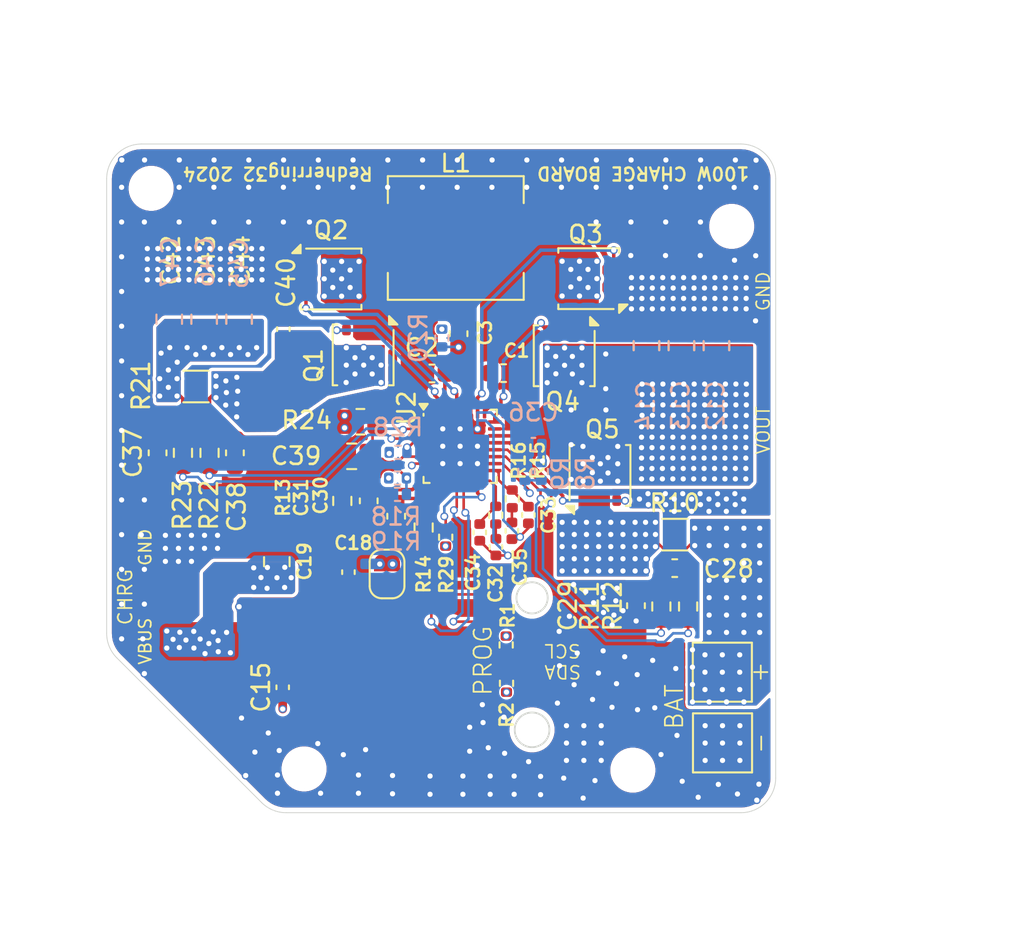
<source format=kicad_pcb>
(kicad_pcb (version 20241229) (generator "pcbnew") (generator_version "9.0")
  (layers (0 "F.Cu" signal) (4 "In1.Cu" signal) (6 "In2.Cu" signal) (2 "B.Cu" signal) (13 "F.Paste" user) (15 "B.Paste" user) (5 "F.SilkS" user "F.Silkscreen") (7 "B.SilkS" user "B.Silkscreen") (1 "F.Mask" user) (3 "B.Mask" user) (25 "Edge.Cuts" user))
  (net 0 "")
  (net 1 "GND")
  (net 2 "Net-(Q2-D)")
  (net 3 "Net-(Q1-D)")
  (net 4 "/VBUS")
  (net 5 "Net-(Q1-G)")
  (net 6 "Net-(Q2-G)")
  (net 7 "Net-(Q3-D)")
  (net 8 "Net-(Q3-G)")
  (net 9 "Net-(Q4-G)")
  (net 10 "/VSYS")
  (net 11 "Net-(Q5-G)")
  (net 12 "Net-(C28-Pad2)")
  (net 13 "/LDO_3V3")
  (net 14 "/SDA")
  (net 15 "/SCL")
  (net 16 "/EEPROM_3V3")
  (net 17 "Net-(U2-BTST1)")
  (net 18 "Net-(U2-IADPT)")
  (net 19 "Net-(U2-PSYS)")
  (net 20 "Net-(U2-PROCHOT_N)")
  (net 21 "Net-(U2-CELL_BATPRES)")
  (net 22 "Net-(U2-IBAT)")
  (net 23 "Net-(U2-COMP1)")
  (net 24 "Net-(U2-BTST2)")
  (net 25 "Net-(U2-VBUS)")
  (net 26 "Net-(U2-ILIM_HIZ)")
  (net 27 "Net-(U2-COMP2)")
  (net 28 "Net-(BT1-+)")
  (net 29 "Net-(C32-Pad1)")
  (net 30 "Net-(C35-Pad1)")
  (net 31 "VDDA")
  (net 32 "/REGN")
  (net 33 "/CHRG_OK")
  (net 34 "/CMPOUT")
  (net 35 "/EN_OTG")
  (net 36 "/ACP")
  (net 37 "/ACN")
  (net 38 "/SRP")
  (net 39 "/SRN")
  (footprint "Capacitor_SMD:C_0603_1608Metric" (layer "F.Cu") (at 151.18 48.53 90)
    (property "Reference" "C37")
    (property "Value" "33nF")
  )
  (footprint "Resistor_SMD:R_0603_1608Metric" (layer "F.Cu") (at 166.49 52.83 -90)
    (property "Reference" "R14")
    (property "Value" "30K")
  )
  (footprint "Capacitor_SMD:C_0805_2012Metric" (layer "F.Cu") (at 151.85 40.837374 90)
    (property "Reference" "C42")
    (property "Value" "10uF")
  )
  (footprint "Resistor_SMD:R_0603_1608Metric" (layer "F.Cu") (at 180.17 57.377626 -90)
    (property "Reference" "R11")
    (property "Value" "10R")
  )
  (footprint "Package_SON:VSON-8_3.3x3.3mm_P0.65mm_NexFET" (layer "F.Cu") (at 176.63 49.83 90)
    (property "Reference" "Q5")
    (property "Value" "CSD25402Q3A")
  )
  (footprint "Resistor_SMD:R_0402_1005Metric" (layer "F.Cu") (at 171.59 51.18 -90)
    (property "Reference" "R15")
    (property "Value" "10K")
  )
  (footprint "Capacitor_SMD:C_0603_1608Metric" (layer "F.Cu") (at 168.5 41.67 90)
    (property "Reference" "C3")
    (property "Value" "3.3uF")
  )
  (footprint "Resistor_SMD:R_0402_1005Metric" (layer "F.Cu") (at 171.24 59.59 90)
    (property "Reference" "R1")
    (property "Value" "2.2K")
  )
  (footprint "Resistor_SMD:R_0402_1005Metric" (layer "F.Cu") (at 170.64 52.12 -90)
    (property "Reference" "R16")
    (property "Value" "40.2K")
  )
  (footprint "Package_SON:VSON-8_3.3x3.3mm_P0.65mm_NexFET" (layer "F.Cu") (at 175.99 38.51 180)
    (property "Reference" "Q3")
    (property "Value" "CSD17551Q3A")
  )
  (footprint "Inductor_SMD:L_Chilisin_BMRx00060630" (layer "F.Cu") (at 168.34 36.16)
    (property "Reference" "L1")
    (property "Value" "2.2uH")
  )
  (footprint "Xbox-Charge:PROG" (layer "F.Cu") (at 172.73 62.48 90)
    (property "Reference" "J1" (hide yes))
    (property "Value" "Conn_01x04_Pin")
    (fp_circle (center 5.6 0) (end 6.5 0) (stroke (width 0.1)) (fill no) (layer "Edge.Cuts"))
    (fp_circle (center -2 0) (end -1 0) (stroke (width 0.1)) (fill no) (layer "Edge.Cuts"))
  )
  (footprint "TestPoint:TestPoint_Pad_3.0x3.0mm" (layer "F.Cu") (at 183.68 61.16 90)
    (property "Reference" "TP2" (hide yes))
    (property "Value" "TestPoint")
  )
  (footprint "Resistor_SMD:R_0603_1608Metric" (layer "F.Cu") (at 152.64 48.53 -90)
    (property "Reference" "R23")
    (property "Value" "4.99R")
  )
  (footprint "TestPoint:TestPoint_Pad_3.0x3.0mm" (layer "F.Cu") (at 183.69 65.23 90)
    (property "Reference" "TP3" (hide yes))
    (property "Value" "TestPoint")
  )
  (footprint "MountingHole:MountingHole_2.2mm_M2" (layer "F.Cu") (at 184.22 35.49 90)
    (property "Reference" "REF**" (hide yes))
    (property "Value" "MountingHole_2.2mm_M2")
  )
  (footprint "Resistor_SMD:R_0402_1005Metric" (layer "F.Cu") (at 171.26 61.8 -90)
    (property "Reference" "R2")
    (property "Value" "2.2K")
  )
  (footprint "Capacitor_SMD:C_0402_1005Metric" (layer "F.Cu") (at 171.57 53.02 -90)
    (property "Reference" "C35")
    (property "Value" "680pF")
  )
  (footprint "Resistor_SMD:R_0603_1608Metric" (layer "F.Cu") (at 181.71 57.377626 -90)
    (property "Reference" "R12")
    (property "Value" "10R")
  )
  (footprint "Package_SON:VSON-8_3.3x3.3mm_P0.65mm_NexFET" (layer "F.Cu") (at 174.59 42.94 -90)
    (property "Reference" "Q4")
    (property "Value" "CSD17551Q3A")
  )
  (footprint "Package_DFN_QFN:Texas_RSN_WQFN-32-1EP_4x4mm_P0.4mm_EP2.8x2.8mm" (layer "F.Cu") (at 168.595 48.152248)
    (property "Reference" "U2")
    (property "Value" "BQ25713RSNR")
  )
  (footprint "Capacitor_SMD:C_0805_2012Metric" (layer "F.Cu") (at 158.042374 54.8 90)
    (property "Reference" "C19")
    (property "Value" "4.7uF")
  )
  (footprint "MountingHole:MountingHole_2.2mm_M2" (layer "F.Cu") (at 159.61 66.73 90)
    (property "Reference" "REF**" (hide yes))
    (property "Value" "MountingHole_2.2mm_M2")
  )
  (footprint "Capacitor_SMD:C_0603_1608Metric" (layer "F.Cu") (at 155.63 48.53 90)
    (property "Reference" "C38")
    (property "Value" "33nF")
  )
  (footprint "MountingHole:MountingHole_2.2mm_M2" (layer "F.Cu") (at 150.81 33.3 90)
    (property "Reference" "REF**" (hide yes))
    (property "Value" "MountingHole_2.2mm_M2")
  )
  (footprint "Resistor_SMD:R_0603_1608Metric" (layer "F.Cu") (at 161.81 51.3 -90)
    (property "Reference" "R13")
    (property "Value" "137K")
  )
  (footprint "Capacitor_SMD:C_0603_1608Metric" (layer "F.Cu") (at 164.91 52.18 90)
    (property "Reference" "C30")
    (property "Value" "100pF")
  )
  (footprint "Resistor_SMD:R_0603_1608Metric" (layer "F.Cu") (at 154.17 48.53 -90)
    (property "Reference" "R22")
    (property "Value" "4.99R")
  )
  (footprint "Capacitor_SMD:C_0603_1608Metric" (layer "F.Cu") (at 171.09 43.94 180)
    (property "Reference" "C1")
    (property "Value" "47nF")
  )
  (footprint "Capacitor_SMD:C_0805_2012Metric" (layer "F.Cu") (at 179.31 42.36 90)
    (property "Reference" "C5" (hide yes))
    (property "Value" "10uF")
  )
  (footprint "MountingHole:MountingHole_2.2mm_M2" (layer "F.Cu") (at 178.53 66.8 90)
    (property "Reference" "REF**" (hide yes))
    (property "Value" "MountingHole_2.2mm_M2")
  )
  (footprint "Capacitor_SMD:C_0402_1005Metric" (layer "F.Cu") (at 162.162374 55.4 90)
    (property "Reference" "C18")
    (property "Value" "0.1uF")
  )
  (footprint "Capacitor_SMD:C_0805_2012Metric" (layer "F.Cu") (at 155.87 40.837374 90)
    (property "Reference" "C44")
    (property "Value" "10uF")
  )
  (footprint "Capacitor_SMD:C_0402_1005Metric" (layer "F.Cu") (at 172.52 52.11 -90)
    (property "Reference" "C33")
    (property "Value" "15pF")
  )
  (footprint "Capacitor_SMD:C_0805_2012Metric" (layer "F.Cu") (at 181.32 42.36 90)
    (property "Reference" "C4" (hide yes))
    (property "Value" "10uF")
  )
  (footprint "Resistor_SMD:R_0805_2012Metric" (layer "F.Cu") (at 162.85 46.74)
    (property "Reference" "R24")
    (property "Value" "1R")
  )
  (footprint "Capacitor_SMD:C_0402_1005Metric" (layer "F.Cu") (at 158.38 62.03 90)
    (property "Reference" "C15")
    (property "Value" "10uF")
  )
  (footprint "Package_SON:VSON-8_3.3x3.3mm_P0.65mm_NexFET" (layer "F.Cu") (at 161.16 38.51)
    (property "Reference" "Q2")
    (property "Value" "CSD17551Q3A")
  )
  (footprint "Resistor_SMD:R_1206_3216Metric" (layer "F.Cu") (at 180.9475 53.24)
    (property "Reference" "R10")
    (property "Value" "10m")
  )
  (footprint "Capacitor_SMD:C_0402_1005Metric" (layer "F.Cu") (at 170.65 53.96 -90)
    (property "Reference" "C32")
    (property "Value" "1800pF")
  )
  (footprint "Capacitor_SMD:C_0402_1005Metric" (layer "F.Cu") (at 169.72 53.11 -90)
    (property "Reference" "C34")
    (property "Value" "33pF")
  )
  (footprint "Capacitor_SMD:C_0603_1608Metric" (layer "F.Cu") (at 166.97 43.96)
    (property "Reference" "C2")
    (property "Value" "47nF")
  )
  (footprint "Capacitor_SMD:C_0603_1608Metric" (layer "F.Cu") (at 178.71 57.33 90)
    (property "Reference" "C29")
    (property "Value" "10uF")
  )
  (footprint "Package_SON:VSON-8_3.3x3.3mm_P0.65mm_NexFET" (layer "F.Cu") (at 163.02 42.89 -90)
    (property "Reference" "Q1")
    (property "Value" "CSD17551Q3A")
  )
  (footprint "Capacitor_SMD:C_0402_1005Metric" (layer "F.Cu") (at 158.42 41.405 90)
    (property "Reference" "C40")
    (property "Value" "10nF")
  )
  (footprint "Capacitor_SMD:C_0805_2012Metric" (layer "F.Cu") (at 183.34 42.36 90)
    (property "Reference" "C27" (hide yes))
    (property "Value" "10uF")
  )
  (footprint "Resistor_SMD:R_0402_1005Metric" (layer "F.Cu") (at 167.76 53.39 90)
    (property "Reference" "R29")
    (property "Value" "10K")
  )
  (footprint "Capacitor_SMD:C_0603_1608Metric" (layer "F.Cu") (at 163.33 51.295 -90)
    (property "Reference" "C31")
    (property "Value" "100pF")
  )
  (footprint "Resistor_SMD:R_1206_3216Metric" (layer "F.Cu") (at 153.39 44.71)
    (property "Reference" "R21")
    (property "Value" "10m")
  )
  (footprint "Capacitor_SMD:C_0805_2012Metric" (layer "F.Cu") (at 153.86 40.837374 90)
    (property "Reference" "C43")
    (property "Value" "10uF")
  )
  (footprint "Capacitor_SMD:C_0805_2012Metric" (layer "F.Cu") (at 162.35 48.73 180)
    (property "Reference" "C39")
    (property "Value" "470nF")
  )
  (footprint "Jumper:SolderJumper-2_P1.3mm_Open_RoundedPad1.0x1.5mm" (layer "F.Cu") (at 164.385 55.505 90)
    (property "Reference" "JP1" (hide yes))
    (property "Value" "Jumper_2_Open")
  )
  (footprint "Capacitor_SMD:C_0603_1608Metric" (layer "F.Cu") (at 180.94 55.167626 180)
    (property "Reference" "C28")
    (property "Value" "0.1uF")
  )
  (footprint "Capacitor_SMD:C_0805_2012Metric" (layer "B.Cu") (at 181.33 42.36 90)
    (property "Reference" "C13")
    (property "Value" "10uF")
  )
  (footprint "Resistor_SMD:R_0402_1005Metric" (layer "B.Cu") (at 164.99 49.98)
    (property "Reference" "R18")
    (property "Value" "100K")
  )
  (footprint "Capacitor_SMD:C_0805_2012Metric" (layer "B.Cu") (at 183.34 42.36 90)
    (property "Reference" "C12")
    (property "Value" "10uF")
  )
  (footprint "Resistor_SMD:R_0402_1005Metric" (layer "B.Cu") (at 165.02 48.5)
    (property "Reference" "R28")
    (property "Value" "10K")
  )
  (footprint "Capacitor_SMD:C_0402_1005Metric" (layer "B.Cu") (at 172.81 48.03 180)
    (property "Reference" "C36")
    (property "Value" "1uF")
  )
  (footprint "Capacitor_SMD:C_0805_2012Metric" (layer "B.Cu") (at 153.86 40.837374 90)
    (property "Reference" "C46")
    (property "Value" "10uF")
  )
  (footprint "Resistor_SMD:R_0402_1005Metric" (layer "B.Cu") (at 167.54 41.92 90)
    (property "Reference" "R20")
    (property "Value" "10R")
  )
  (footprint "Resistor_SMD:R_0402_1005Metric" (layer "B.Cu") (at 164.99 50.92 180)
    (property "Reference" "R19")
    (property "Value" "150K")
  )
  (footprint "Capacitor_SMD:C_0805_2012Metric" (layer "B.Cu") (at 155.87 40.837374 90)
    (property "Reference" "C45")
    (property "Value" "10uF")
  )
  (footprint "Resistor_SMD:R_0402_1005Metric" (layer "B.Cu") (at 173.26 49.6 -90)
    (property "Reference" "R8")
    (property "Value" "300K")
  )
  (footprint "Resistor_SMD:R_0402_1005Metric" (layer "B.Cu") (at 172.32 49.6 90)
    (property "Reference" "R9")
    (property "Value" "100K")
  )
  (footprint "Capacitor_SMD:C_0805_2012Metric" (layer "B.Cu") (at 151.85 40.837374 90)
    (property "Reference" "C47")
    (property "Value" "10uF")
  )
  (footprint "Capacitor_SMD:C_0805_2012Metric" (layer "B.Cu") (at 179.32 42.36 90)
    (property "Reference" "C14")
    (property "Value" "10uF")
  )
  (gr_line (start 184.75 69.25) (end 158.578427 69.25) (stroke (width 0.05)) (layer "Edge.Cuts"))
  (gr_line (start 148.25 58.921573) (end 148.25 32.75) (stroke (width 0.05)) (layer "Edge.Cuts"))
  (gr_arc (start 186.75 67.25) (mid 186.164214 68.664214) (end 184.75 69.25) (stroke (width 0.05)) (layer "Edge.Cuts"))
  (gr_line (start 157.164213 68.664213) (end 148.835786 60.335786) (stroke (width 0.05)) (layer "Edge.Cuts"))
  (gr_arc (start 148.25 32.75) (mid 148.835786 31.335786) (end 150.25 30.75) (stroke (width 0.05)) (layer "Edge.Cuts"))
  (gr_arc (start 148.835786 60.335786) (mid 148.402241 59.68694) (end 148.25 58.921573) (stroke (width 0.05)) (layer "Edge.Cuts"))
  (gr_line (start 186.75 32.75) (end 186.75 67.25) (stroke (width 0.05)) (layer "Edge.Cuts"))
  (gr_line (start 150.25 30.75) (end 184.75 30.75) (stroke (width 0.05)) (layer "Edge.Cuts"))
  (gr_arc (start 184.75 30.75) (mid 186.164214 31.335786) (end 186.75 32.75) (stroke (width 0.05)) (layer "Edge.Cuts"))
  (gr_arc (start 158.578427 69.25) (mid 157.813054 69.097768) (end 157.164213 68.664213) (stroke (width 0.05)) (layer "Edge.Cuts"))
  (gr_text "SDA\nSCL" (at 173.38 60.53 180) (layer "F.SilkS") (effects (font (size 0.75 0.75) (thickness 0.09375)) (justify right)))
  (gr_text "VOUT" (at 186.03 47.23 90) (layer "F.SilkS") (effects (font (size 0.75 0.75) (thickness 0.09375))))
  (gr_text "VBUS" (at 150.88 60.79 90) (layer "F.SilkS") (effects (font (size 0.7 0.7) (thickness 0.1)) (justify left bottom)))
  (gr_text "+" (at 186.4 61.84 90) (layer "F.SilkS") (effects (font (size 1 1) (thickness 0.1)) (justify left bottom)))
  (gr_text "BAT " (at 181.5 64.53 90) (layer "F.SilkS") (effects (font (size 1 1) (thickness 0.1)) (justify left bottom)))
  (gr_text "-" (at 185.41 64.56 270) (layer "F.SilkS") (effects (font (size 1 1) (thickness 0.1)) (justify left bottom)))
  (gr_text "CHRG" (at 149.79 58.52 90) (layer "F.SilkS") (effects (font (size 0.8 0.8) (thickness 0.1)) (justify left bottom)))
  (gr_text "GND" (at 186.03 39.23 90) (layer "F.SilkS") (effects (font (size 0.75 0.75) (thickness 0.09375))))
  (gr_text "100W CHARGE BOARD\n" (at 185.3 32 180) (layer "F.SilkS") (effects (font (size 0.75 0.75) (thickness 0.14) (bold yes)) (justify left bottom)))
  (gr_text "GND" (at 150.88 55.1 90) (layer "F.SilkS") (effects (font (size 0.7 0.7) (thickness 0.1)) (justify left bottom)))
  (gr_text "Redherring32 2024" (at 163.64 32.01 180) (layer "F.SilkS") (effects (font (size 0.75 0.75) (thickness 0.14) (bold yes)) (justify left bottom)))
  (gr_text "PROG" (at 170.49 62.59 90) (layer "F.SilkS") (effects (font (size 1 1) (thickness 0.1)) (justify left bottom)))
  (segment (start 159.38 63.37) (end 159.392375 63.357625) (width 0.15) (layer "F.Cu") (net 0))
  (segment (start 169.275 41.67) (end 169.275 42.893696) (width 0.2) (layer "F.Cu") (net 1))
  (segment (start 168.5 40.895) (end 169.275 41.67) (width 0.2) (layer "F.Cu") (net 1))
  (segment (start 171.88 53.5) (end 171.57 53.5) (width 0.15) (layer "F.Cu") (net 1))
  (segment (start 170.65 54.44) (end 171.34 54.44) (width 0.15) (layer "F.Cu") (net 1))
  (segment (start 170.57 54.44) (end 170.65 54.44) (width 0.15) (layer "F.Cu") (net 1))
  (segment (start 169.195 46.164748) (end 169.195 47.552248) (width 0.2) (layer "F.Cu") (net 1))
  (segment (start 172.52 52.59) (end 172.52 52.86) (width 0.15) (layer "F.Cu") (net 1))
  (segment (start 169.72 53.59) (end 170.57 54.44) (width 0.15) (layer "F.Cu") (net 1))
  (segment (start 169.195 42.973696) (end 169.195 46.164748) (width 0.2) (layer "F.Cu") (net 1))
  (segment (start 169.275 42.893696) (end 169.195 42.973696) (width 0.2) (layer "F.Cu") (net 1))
  (segment (start 172.52 52.86) (end 171.88 53.5) (width 0.15) (layer "F.Cu") (net 1))
  (via (at 152.39 36.77) (size 0.45) (drill 0.3) (layers "F.Cu" "B.Cu") (net 1))
  (via (at 164.7 67.11) (size 0.45) (drill 0.3) (layers "F.Cu" "B.Cu") (net 1))
  (via (at 185.62 31.68) (size 0.45) (drill 0.3) (layers "F.Cu" "B.Cu") (net 1))
  (via (at 149.11 47.24) (size 0.45) (drill 0.3) (layers "F.Cu" "B.Cu") (net 1))
  (via (at 169.59 49.15) (size 0.45) (drill 0.3) (layers "F.Cu" "B.Cu") (net 1))
  (via (at 153.13 53.28) (size 0.6) (drill 0.3) (layers "F.Cu" "B.Cu") (net 1))
  (via (at 181.45 40.24) (size 0.45) (drill 0.3) (layers "F.Cu" "B.Cu") (net 1))
  (via (at 185.784983 67.609077) (size 0.45) (drill 0.3) (layers "F.Cu" "B.Cu") (net 1))
  (via (at 171.7 67.14) (size 0.45) (drill 0.3) (layers "F.Cu" "B.Cu") (net 1))
  (via (at 152.42 35.24) (size 0.45) (drill 0.3) (layers "F.Cu" "B.Cu") (net 1))
  (via (at 181.37 67.44) (size 0.45) (drill 0.3) (layers "F.Cu" "B.Cu") (net 1))
  (via (at 185.05 38.44) (size 0.45) (drill 0.3) (layers "F.Cu" "B.Cu") (net 1))
  (via (at 180.42 35.24) (size 0.45) (drill 0.3) (layers "F.Cu" "B.Cu") (net 1))
  (via (at 184.45 39.64) (size 0.45) (drill 0.3) (layers "F.Cu" "B.Cu") (net 1))
  (via (at 158.08 67.08) (size 0.45) (drill 0.3) (layers "F.Cu" "B.Cu") (net 1))
  (via (at 175.71 65.24) (size 0.45) (drill 0.3) (layers "F.Cu" "B.Cu") (net 1))
  (via (at 151.19 37.97) (size 0.45) (drill 0.3) (layers "F.Cu" "B.Cu") (net 1))
  (via (at 178.45 39.64) (size 0.45) (drill 0.3) (layers "F.Cu" "B.Cu") (net 1))
  (via (at 181.91 51.19) (size 0.45) (drill 0.3) (layers "F.Cu" "B.Cu") (net 1))
  (via (at 151.63 54.78) (size 0.6) (drill 0.3) (layers "F.Cu" "B.Cu") (net 1))
  (via (at 179.4 50.88) (size 0.45) (drill 0.3) (layers "F.Cu" "B.Cu") (net 1))
  (via (at 154.19 37.97) (size 0.45) (drill 0.3) (layers "F.Cu" "B.Cu") (net 1))
  (via (at 180.85 38.44) (size 0.45) (drill 0.3) (layers "F.Cu" "B.Cu") (net 1))
  (via (at 154.79 38.57) (size 0.45) (drill 0.3) (layers "F.Cu" "B.Cu") (net 1))
  (via (at 182.69 64.24) (size 0.45) (drill 0.3) (layers "F.Cu" "B.Cu") (net 1))
  (via (at 177.44 57.87) (size 0.45) (drill 0.3) (layers "F.Cu" "B.Cu") (net 1))
  (via (at 184.69 66.24) (size 0.45) (drill 0.3) (layers "F.Cu" "B.Cu") (net 1))
  (via (at 184.43 31.67) (size 0.45) (drill 0.3) (layers "F.Cu" "B.Cu") (net 1))
  (via (at 170.32 68.19) (size 0.45) (drill 0.3) (layers "F.Cu" "B.Cu") (net 1))
  (via (at 180.85 39.64) (size 0.45) (drill 0.3) (layers "F.Cu" "B.Cu") (net 1))
  (via (at 169.87 63.03) (size 0.45) (drill 0.3) (layers "F.Cu" "B.Cu") (net 1))
  (via (at 172.04 53.37) (size 0.45) (drill 0.3) (layers "F.Cu" "B.Cu") (net 1))
  (via (at 178.91 51.19) (size 0.45) (drill 0.3) (layers "F.Cu" "B.Cu") (net 1))
  (via (at 175.12 56.11) (size 0.45) (drill 0.3) (layers "F.Cu" "B.Cu") (net 1))
  (via (at 176.81 56.88) (size 0.45) (drill 0.3) (layers "F.Cu" "B.Cu") (net 1))
  (via (at 153.13 54.78) (size 0.6) (drill 0.3) (layers "F.Cu" "B.Cu") (net 1))
  (via (at 150.59 37.97) (size 0.45) (drill 0.3) (layers "F.Cu" "B.Cu") (net 1))
  (via (at 169.59 48.15) (size 0.45) (drill 0.3) (layers "F.Cu" "B.Cu") (net 1))
  (via (at 183.85 38.44) (size 0.45) (drill 0.3) (layers "F.Cu" "B.Cu") (net 1))
  (via (at 152.38 54.03) (size 0.6) (drill 0.3) (layers "F.Cu" "B.Cu") (net 1))
  (via (at 149.11 55.24) (size 0.45) (drill 0.3) (layers "F.Cu" "B.Cu") (net 1))
  (via (at 176.84 57.72) (size 0.45) (drill 0.3) (layers "F.Cu" "B.Cu") (net 1))
  (via (at 160.42 33.24) (size 0.45) (drill 0.3) (layers "F.Cu" "B.Cu") (net 1))
  (via (at 183.69 64.24) (size 0.45) (drill 0.3) (layers "F.Cu" "B.Cu") (net 1))
  (via (at 170.32 67.14) (size 0.45) (drill 0.3) (layers "F.Cu" "B.Cu") (net 1))
  (via (at 180.15 65.9) (size 0.45) (drill 0.3) (layers "F.Cu" "B.Cu") (net 1))
  (via (at 181.07 64.8) (size 0.45) (drill 0.3) (layers "F.Cu" "B.Cu") (net 1))
  (via (at 156.59 37.37) (size 0.45) (drill 0.3) (layers "F.Cu" "B.Cu") (net 1))
  (via (at 153.88 53.28) (size 0.6) (drill 0.3) (layers "F.Cu" "B.Cu") (net 1))
  (via (at 182.42 35.24) (size 0.45) (drill 0.3) (layers "F.Cu" "B.Cu") (net 1))
  (via (at 154.42 35.24) (size 0.45) (drill 0.3) (layers "F.Cu" "B.Cu") (net 1))
  (via (at 151.79 37.37) (size 0.45) (drill 0.3) (layers "F.Cu" "B.Cu") (net 1))
  (via (at 158.18 65.67) (size 0.45) (drill 0.3) (layers "F.Cu" "B.Cu") (net 1))
  (via (at 185.05 40.24) (size 0.45) (drill 0.3) (layers "F.Cu" "B.Cu") (net 1))
  (via (at 158.08 68.13) (size 0.45) (drill 0.3) (layers "F.Cu" "B.Cu") (net 1))
  (via (at 149.11 33.24) (size 0.45) (drill 0.3) (layers "F.Cu" "B.Cu") (net 1))
  (via (at 182.42 33.24) (size 0.45) (drill 0.3) (layers "F.Cu" "B.Cu") (net 1))
  (via (at 185.66 68.53) (size 0.45) (drill 0.3) (layers "F.Cu" "B.Cu") (net 1))
  (via (at 154.19 37.37) (size 0.45) (drill 0.3) (layers "F.Cu" "B.Cu") (net 1))
  (via (at 182.65 39.04) (size 0.45) (drill 0.3) (layers "F.Cu" "B.Cu") (net 1))
  (via (at 174.29 58.81) (size 0.45) (drill 0.3) (layers "F.Cu" "B.Cu") (net 1))
  (via (at 152.99 36.77) (size 0.45) (drill 0.3) (layers "F.Cu" "B.Cu") (net 1))
  (via (at 168.75 68.19) (size 0.45) (drill 0.3) (layers "F.Cu" "B.Cu") (net 1))
  (via (at 154.79 37.97) (size 0.45) (drill 0.3) (layers "F.Cu" "B.Cu") (net 1))
  (via (at 156.42 35.24) (size 0.45) (drill 0.3) (layers "F.Cu" "B.Cu") (net 1))
  (via (at 154.19 38.57) (size 0.45) (drill 0.3) (layers "F.Cu" "B.Cu") (net 1))
  (via (at 162.42 33.24) (size 0.45) (drill 0.3) (layers "F.Cu" "B.Cu") (net 1))
  (via (at 184.550768 68.172522) (size 0.45) (drill 0.3) (layers "F.Cu" "B.Cu") (net 1))
  (via (at 157.19 37.97) (size 0.45) (drill 0.3) (layers "F.Cu" "B.Cu") (net 1))
  (via (at 151.79 36.77) (size 0.45) (drill 0.3) (layers "F.Cu" "B.Cu") (net 1))
  (via (at 149.11 59.24) (size 0.45) (drill 0.3) (layers "F.Cu" "B.Cu") (net 1))
  (via (at 184.45 39.04) (size 0.45) (drill 0.3) (layers "F.Cu" "B.Cu") (net 1))
  (via (at 183.25 39.64) (size 0.45) (drill 0.3) (layers "F.Cu" "B.Cu") (net 1))
  (via (at 166.43 31.67) (size 0.45) (drill 0.3) (layers "F.Cu" "B.Cu") (net 1))
  (via (at 172.53 66.31) (size 0.45) (drill 0.3) (layers "F.Cu" "B.Cu") (net 1))
  (via (at 183.69 66.24) (size 0.45) (drill 0.3) (layers "F.Cu" "B.Cu") (net 1))
  (via (at 149.11 39.24) (size 0.45) (drill 0.3) (layers "F.Cu" "B.Cu") (net 1))
  (via (at 149.11 57.24) (size 0.45) (drill 0.3) (layers "F.Cu" "B.Cu") (net 1))
  (via (at 178.45 40.24) (size 0.45) (drill 0.3) (layers "F.Cu" "B.Cu") (net 1))
  (via (at 158.42 35.24) (size 0.45) (drill 0.3) (layers "F.Cu" "B.Cu") (net 1))
  (via (at 178.43 31.67) (size 0.45) (drill 0.3) (layers "F.Cu" "B.Cu") (net 1))
  (via (at 181 60.95) (size 0.45) (drill 0.3) (layers "F.Cu" "B.Cu") (net 1))
  (via (at 161.87 65.91) (size 0.45) (drill 0.3) (layers "F.Cu" "B.Cu") (net 1))
  (via (at 181.45 38.44) (size 0.45) (drill 0.3) (layers "F.Cu" "B.Cu") (net 1))
  (via (at 183.69 65.24) (size 0.45) (drill 0.3) (layers "F.Cu" "B.Cu") (net 1))
  (via (at 154.43 31.67) (size 0.45) (drill 0.3) (layers "F.Cu" "B.Cu") (net 1))
  (via (at 164.42 33.24) (size 0.45) (drill 0.3) (layers "F.Cu" "B.Cu") (net 1))
  (via (at 182.4 50.88) (size 0.45) (drill 0.3) (layers "F.Cu" "B.Cu") (net 1))
  (via (at 153.59 36.77) (size 0.45) (drill 0.3) (layers "F.Cu" "B.Cu") (net 1))
  (via (at 169.14 64.33) (size 0.45) (drill 0.3) (layers "F.Cu" "B.Cu") (net 1))
  (via (at 166.42 33.24) (size 0.45) (drill 0.3) (layers "F.Cu" "B.Cu") (net 1))
  (via (at 168.59 48.15) (size 0.45) (drill 0.3) (layers "F.Cu" "B.Cu") (net 1))
  (via (at 160.56 68.13) (size 0.45) (drill 0.3) (layers "F.Cu" "B.Cu") (net 1))
  (via (at 183.85 40.24) (size 0.45) (drill 0.3) (layers "F.Cu" "B.Cu") (net 1))
  (via (at 179.65 40.24) (size 0.45) (drill 0.3) (layers "F.Cu" "B.Cu") (net 1))
  (via (at 182.69 66.24) (size 0.45) (drill 0.3) (layers "F.Cu" "B.Cu") (net 1))
  (via (at 151.19 37.37) (size 0.45) (drill 0.3) (layers "F.Cu" "B.Cu") (net 1))
  (via (at 174.43 31.67) (size 0.45) (drill 0.3) (layers "F.Cu" "B.Cu") (net 1))
  (via (at 182.43 31.67) (size 0.45) (drill 0.3) (layers "F.Cu" "B.Cu") (net 1))
  (via (at 181.4 50.88) (size 0.45) (drill 0.3) (layers "F.Cu" "B.Cu") (net 1))
  (via (at 152.99 37.97) (size 0.45) (drill 0.3) (layers "F.Cu" "B.Cu") (net 1))
  (via (at 153.59 38.57) (size 0.45) (drill 0.3) (layers "F.Cu" "B.Cu") (net 1))
  (via (at 179.65 38.44) (size 0.45) (drill 0.3) (layers "F.Cu" "B.Cu") (net 1))
  (via (at 176.21 62.73) (size 0.45) (drill 0.3) (layers "F.Cu" "B.Cu") (net 1))
  (via (at 179.05 39.04) (size 0.45) (drill 0.3) (layers "F.Cu" "B.Cu") (net 1))
  (via (at 179.65 39.04) (size 0.45) (drill 0.3) (layers "F.Cu" "B.Cu") (net 1))
  (via (at 176.27 57.16) (size 0.45) (drill 0.3) (layers "F.Cu" "B.Cu") (net 1))
  (via (at 171.7 68.19) (size 0.45) (drill 0.3) (layers "F.Cu" "B.Cu") (net 1))
  (via (at 155.99 37.37) (size 0.45) (drill 0.3) (layers "F.Cu" "B.Cu") (net 1))
  (via (at 166.86 67.14) (size 0.45) (drill 0.3) (layers "F.Cu" "B.Cu") (net 1))
  (via (at 155.99 36.77) (size 0.45) (drill 0.3) (layers "F.Cu" "B.Cu") (net 1))
  (via (at 149.11 49.24) (size 0.45) (drill 0.3) (layers "F.Cu" "B.Cu") (net 1))
  (via (at 173.22 67.16) (size 0.45) (drill 0.3) (layers "F.Cu" "B.Cu") (net 1))
  (via (at 149.12 31.67) (size 0.45) (drill 0.3) (layers "F.Cu" "B.Cu") (net 1))
  (via (at 156.59 37.97) (size 0.45) (drill 0.3) (layers "F.Cu" "B.Cu") (net 1))
  (via (at 182.65 39.64) (size 0.45) (drill 0.3) (layers "F.Cu" "B.Cu") (net 1))
  (via (at 164.7 68.16) (size 0.45) (drill 0.3) (layers "F.Cu" "B.Cu") (net 1))
  (via (at 174.55 67.26) (size 0.45) (drill 0.3) (layers "F.Cu" "B.Cu") (net 1))
  (via (at 180.25 38.44) (size 0.45) (drill 0.3) (layers "F.Cu" "B.Cu") (net 1))
  (via (at 185.05 39.04) (size 0.45) (drill 0.3) (layers "F.Cu" "B.Cu") (net 1))
  (via (at 179.67 60.48) (size 0.45) (drill 0.3) (layers "F.Cu" "B.Cu") (net 1))
  (via (at 158.43 31.67) (size 0.45) (drill 0.3) (layers "F.Cu" "B.Cu") (net 1))
  (via (at 175.67 68.41) (size 0.45) (drill 0.3) (layers "F.Cu" "B.Cu") (net 1))
  (via (at 178.42 35.24) (size 0.45) (drill 0.3) (layers "F.Cu" "B.Cu") (net 1))
  (via (at 156.59 36.77) (size 0.45) (drill 0.3) (layers "F.Cu" "B.Cu") (net 1))
  (via (at 150.59 37.37) (size 0.45) (drill 0.3) (layers "F.Cu" "B.Cu") (net 1))
  (via (at 182.29 68.36) (size 0.45) (drill 0.3) (layers "F.Cu" "B.Cu") (net 1))
  (via (at 183.91 51.19) (size 0.45) (drill 0.3) (layers "F.Cu" "B.Cu") (net 1))
  (via (at 164.43 31.67) (size 0.45) (drill 0.3) (layers "F.Cu" "B.Cu") (net 1))
  (via (at 174.71 66.24) (size 0.45) (drill 0.3) (layers "F.Cu" "B.Cu") (net 1))
  (via (at 154.79 36.77) (size 0.45) (drill 0.3) (layers "F.Cu" "B.Cu") (net 1))
  (via (at 179.79 63.21) (size 0.45) (drill 0.3) (layers "F.Cu" "B.Cu") (net 1))
  (via (at 155.99 38.57) (size 0.45) (drill 0.3) (layers "F.Cu" "B.Cu") (net 1))
  (via (at 180.42 33.24) (size 0.45) (drill 0.3) (layers "F.Cu" "B.Cu") (net 1))
  (via (at 155.39 38.57) (size 0.45) (drill 0.3) (layers "F.Cu" "B.Cu") (net 1))
  (via (at 151.19 36.77) (size 0.45) (drill 0.3) (layers "F.Cu" "B.Cu") (net 1))
  (via (at 174.42 33.24) (size 0.45) (drill 0.3) (layers "F.Cu" "B.Cu") (net 1))
  (via (at 156.59 38.57) (size 0.45) (drill 0.3) (layers "F.Cu" "B.Cu") (net 1))
  (via (at 182.65 38.44) (size 0.45) (drill 0.3) (layers "F.Cu" "B.Cu") (net 1))
  (via (at 167.59 48.15) (size 0.45) (drill 0.3) (layers "F.Cu" "B.Cu") (net 1))
  (via (at 177.33 63.18) (size 0.45) (drill 0.3) (layers "F.Cu" "B.Cu") (net 1))
  (via (at 150.24 53.25) (size 0.45) (drill 0.3) (layers "F.Cu" "B.Cu") (net 1))
  (via (at 177.55 57.05) (size 0.45) (drill 0.3) (layers "F.Cu" "B.Cu") (net 1))
  (via (at 157.19 36.77) (size 0.45) (drill 0.3) (layers "F.Cu" "B.Cu") (net 1))
  (via (at 179.42 51.51) (size 0.45) (drill 0.3) (layers "F.Cu" "B.Cu") (net 1))
  (via (at 183.45 67.62) (size 0.45) (drill 0.3) (layers "F.Cu" "B.Cu") (net 1))
  (via (at 183.25 38.44) (size 0.45) (drill 0.3) (layers "F.Cu" "B.Cu") (net 1))
  (via (at 184.45 38.44) (size 0.45) (drill 0.3) (layers "F.Cu" "B.Cu") (net 1))
  (via (at 152.38 53.28) (size 0.6) (drill 0.3) (layers "F.Cu" "B.Cu") (net 1))
  (via (at 149.11 43.24) (size 0.45) (drill 0.3) (layers "F.Cu" "B.Cu") (net 1))
  (via (at 157.55 64.66) (size 0.45) (drill 0.3) (layers "F.Cu" "B.Cu") (net 1))
  (via (at 179.91 51.19) (size 0.45) (drill 0.3) (layers "F.Cu" "B.Cu") (net 1))
  (via (at 156.42 33.24) (size 0.45) (drill 0.3) (layers "F.Cu" "B.Cu") (net 1))
  (via (at 183.85 39.04) (size 0.45) (drill 0.3) (layers "F.Cu" "B.Cu") (net 1))
  (via (at 176.71 64.24) (size 0.45) (drill 0.3) (layers "F.Cu" "B.Cu") (net 1))
  (via (at 182.91 51.19) (size 0.45) (drill 0.3) (layers "F.Cu" "B.Cu") (net 1))
  (via (at 174.19 62.94) (size 0.45) (drill 0.3) (layers "F.Cu" "B.Cu") (net 1))
  (via (at 178.41 37.17) (size 0.45) (drill 0.3) (layers "F.Cu" "B.Cu") (net 1))
  (via (at 155.39 37.37) (size 0.45) (drill 0.3) (layers "F.Cu" "B.Cu") (net 1))
  (via (at 152.39 37.37) (size 0.45) (drill 0.3) (layers "F.Cu" "B.Cu") (net 1))
  (via (at 156.01 63.8) (size 0.45) (drill 0.3) (layers "F.Cu" "B.Cu") (net 1))
  (via (at 150.43 31.67) (size 0.45) (drill 0.3) (layers "F.Cu" "B.Cu") (net 1))
  (via (at 183.25 39.04) (size 0.45) (drill 0.3) (layers "F.Cu" "B.Cu") (net 1))
  (via (at 183.4 50.88) (size 0.45) (drill 0.3) (layers "F.Cu" "B.Cu") (net 1))
  (via (at 180.91 51.9) (size 0.45) (drill 0.3) (layers "F.Cu" "B.Cu") (net 1))
  (via (at 183.42 51.51) (size 0.45) (drill 0.3) (layers "F.Cu" "B.Cu") (net 1))
  (via (at 162.74 67.08) (size 0.45) (drill 0.3) (layers "F.Cu" "B.Cu") (net 1))
  (via (at 180.85 40.24) (size 0.45) (drill 0.3) (layers "F.Cu" "B.Cu") (net 1))
  (via (at 182.69 65.24) (size 0.45) (drill 0.3) (layers "F.Cu" "B.Cu") (net 1))
  (via (at 185.59 40.93) (size 0.45) (drill 0.3) (layers "F.Cu" "B.Cu") (net 1))
  (via (at 160.43 31.67) (size 0.45) (drill 0.3) (layers "F.Cu" "B.Cu") (net 1))
  (via (at 169.59 47.15) (size 0.45) (drill 0.3) (layers "F.Cu" "B.Cu") (net 1))
  (via (at 150.59 36.77) (size 0.45) (drill 0.3) (layers "F.Cu" "B.Cu") (net 1))
  (via (at 174.71 65.24) (size 0.45) (drill 0.3) (layers "F.Cu" "B.Cu") (net 1))
  (via (at 162.43 31.67) (size 0.45) (drill 0.3) (layers "F.Cu" "B.Cu") (net 1))
  (via (at 168.59 47.15) (size 0.45) (drill 0.3) (layers "F.Cu" "B.Cu") (net 1))
  (via (at 162.74 68.13) (size 0.45) (drill 0.3) (layers "F.Cu" "B.Cu") (net 1))
  (via (at 150.59 38.57) (size 0.45) (drill 0.3) (layers "F.Cu" "B.Cu") (net 1))
  (via (at 154.63 53.28) (size 0.6) (drill 0.3) (layers "F.Cu" "B.Cu") (net 1))
  (via (at 152.39 38.57) (size 0.45) (drill 0.3) (layers "F.Cu" "B.Cu") (net 1))
  (via (at 153.59 37.97) (size 0.45) (drill 0.3) (layers "F.Cu" "B.Cu") (net 1))
  (via (at 157.19 38.57) (size 0.45) (drill 0.3) (layers "F.Cu" "B.Cu") (net 1))
  (via (at 171.11 63.75) (size 0.45) (drill 0.3) (layers "F.Cu" "B.Cu") (net 1))
  (via (at 156.43 31.67) (size 0.45) (drill 0.3) (layers "F.Cu" "B.Cu") (net 1))
  (via (at 179.05 40.24) (size 0.45) (drill 0.3) (layers "F.Cu" "B.Cu") (net 1))
  (via (at 150.42 61.24) (size 0.45) (drill 0.3) (layers "F.Cu" "B.Cu") (net 1))
  (via (at 178.06 60.27) (size 0.45) (drill 0.3) (layers "F.Cu" "B.Cu") (net 1))
  (via (at 157.19 37.37) (size 0.45) (drill 0.3) (layers "F.Cu" "B.Cu") (net 1))
  (via (at 182.05 38.44) (size 0.45) (drill 0.3) (layers "F.Cu" "B.Cu") (net 1))
  (via (at 156.25 67.11) (size 0.45) (drill 0.3) (layers "F.Cu" "B.Cu") (net 1))
  (via (at 176.71 66.24) (size 0.45) (drill 0.3) (layers "F.Cu" "B.Cu") (net 1))
  (via (at 169.14 65.71) (size 0.45) (drill 0.3) (layers "F.Cu" "B.Cu") (net 1))
  (via (at 152.99 38.57) (size 0.45) (drill 0.3) (layers "F.Cu" "B.Cu") (net 1))
  (via (at 184.36 33.25) (size 0.45) (drill 0.3) (layers "F.Cu" "B.Cu") (net 1))
  (via (at 175.33 60.06) (size 0.45) (drill 0.3) (layers "F.Cu" "B.Cu") (net 1))
  (via (at 180.25 39.04) (size 0.45) (drill 0.3) (layers "F.Cu" "B.Cu") (net 1))
  (via (at 156.78 65.76) (size 0.45) (drill 0.3) (layers "F.Cu" "B.Cu") (net 1))
  (via (at 172.42 33.24) (size 0.45) (drill 0.3) (layers "F.Cu" "B.Cu") (net 1))
  (via (at 170.42 33.24) (size 0.45) (drill 0.3) (layers "F.Cu" "B.Cu") (net 1))
  (via (at 181.45 39.64) (size 0.45) (drill 0.3) (layers "F.Cu" "B.Cu") (net 1))
  (via (at 153.88 54.03) (size 0.6) (drill 0.3) (layers "F.Cu" "B.Cu") (net 1))
  (via (at 174.88 57.94) (size 0.45) (drill 0.3) (layers "F.Cu" "B.Cu") (net 1))
  (via (at 166.86 68.19) (size 0.45) (drill 0.3) (layers "F.Cu" "B.Cu") (net 1))
  (via (at 181.42 51.51) (size 0.45) (drill 0.3) (layers "F.Cu" "B.Cu") (net 1))
  (via (at 181.45 39.04) (size 0.45) (drill 0.3) (layers "F.Cu" "B.Cu") (net 1))
  (via (at 150.42 35.24) (size 0.45) (drill 0.3) (layers "F.Cu" "B.Cu") (net 1))
  (via (at 150.33 59.24) (size 0.45) (drill 0.3) (layers "F.Cu" "B.Cu") (net 1))
  (via (at 149.11 41.24) (size 0.45) (drill 0.3) (layers "F.Cu" "B.Cu") (net 1))
  (via (at 180.43 31.67) (size 0.45) (drill 0.3) (layers "F.Cu" "B.Cu") (net 1))
  (via (at 182.65 40.24) (size 0.45) (drill 0.3) (layers "F.Cu" "B.Cu") (net 1))
  (via (at 184.91 51.9) (size 0.45) (drill 0.3) (layers "F.Cu" "B.Cu") (net 1))
  (via (at 177.34 58.45) (size 0.45) (drill 0.3) (layers "F.Cu" "B.Cu") (net 1))
  (via (at 178.72 58.21) (size 0.45) (drill 0.3) (layers "F.Cu" "B.Cu") (net 1))
  (via (at 180.91 51.19) (size 0.45) (drill 0.3) (layers "F.Cu" "B.Cu") (net 1))
  (via (at 175.71 66.24) (size 0.45) (drill 0.3) (layers "F.Cu" "B.Cu") (net 1))
  (via (at 176.55 61.21) (size 0.45) (drill 0.3) (layers "F.Cu" "B.Cu") (net 1))
  (via (at 174.31 60.79) (size 0.45) (drill 0.3) (layers "F.Cu" "B.Cu") (net 1))
  (via (at 154.19 36.77) (size 0.45) (drill 0.3) (layers "F.Cu" "B.Cu") (net 1))
  (via (at 176.71 65.24) (size 0.45) (drill 0.3) (layers "F.Cu" "B.Cu") (net 1))
  (via (at 185.05 39.64) (size 0.45) (drill 0.3) (layers "F.Cu" "B.Cu") (net 1))
  (via (at 184.91 51.19) (size 0.45) (drill 0.3) (layers "F.Cu" "B.Cu") (net 1))
  (via (at 155.99 37.97) (size 0.45) (drill 0.3) (layers "F.Cu" "B.Cu") (net 1))
  (via (at 167.59 47.15) (size 0.45) (drill 0.3) (layers "F.Cu" "B.Cu") (net 1))
  (via (at 151.63 54.03) (size 0.6) (drill 0.3) (layers "F.Cu" "B.Cu") (net 1))
  (via (at 181.91 51.9) (size 0.45) (drill 0.3) (layers "F.Cu" "B.Cu") (net 1))
  (via (at 180.4 50.88) (size 0.45) (drill 0.3) (layers "F.Cu" "B.Cu") (net 1))
  (via (at 170.43 31.67) (size 0.45) (drill 0.3) (layers "F.Cu" "B.Cu") (net 1))
  (via (at 182.42 51.51) (size 0.45) (drill 0.3) (layers "F.Cu" "B.Cu") (net 1))
  (via (at 174.71 64.24) (size 0.45) (drill 0.3) (layers "F.Cu" "B.Cu") (net 1))
  (via (at 152.39 37.97) (size 0.45) (drill 0.3) (layers "F.Cu" "B.Cu") (net 1))
  (via (at 152.43 31.67) (size 0.45) (drill 0.3) (layers "F.Cu" "B.Cu") (net 1))
  (via (at 176.81 56.27) (size 0.45) (drill 0.3) (layers "F.Cu" "B.Cu") (net 1))
  (via (at 175.82 56.52) (size 0.45) (drill 0.3) (layers "F.Cu" "B.Cu") (net 1))
  (via (at 177.96 57.62) (size 0.45) (drill 0.3) (layers "F.Cu" "B.Cu") (net 1))
  (via (at 184.69 64.24) (size 0.45) (drill 0.3) (layers "F.Cu" "B.Cu") (net 1))
  (via (at 183.91 51.9) (size 0.45) (drill 0.3) (layers "F.Cu" "B.Cu") (net 1))
  (via (at 178.78 61.3) (size 0.45) (drill 0.3) (layers "F.Cu" "B.Cu") (net 1))
  (via (at 151.79 38.57) (size 0.45) (drill 0.3) (layers "F.Cu" "B.Cu") (net 1))
  (via (at 185.61 33.25) (size 0.45) (drill 0.3) (layers "F.Cu" "B.Cu") (net 1))
  (via (at 168.42 33.24) (size 0.45) (drill 0.3) (layers "F.Cu" "B.Cu") (net 1))
  (via (at 182.05 39.64) (size 0.45) (drill 0.3) (layers "F.Cu" "B.Cu") (net 1))
  (via (at 170.21 65.51) (size 0.45) (drill 0.3) (layers "F.Cu" "B.Cu") (net 1))
  (via (at 176.43 31.67) (size 0.45) (drill 0.3) (layers "F.Cu" "B.Cu") (net 1))
  (via (at 182.05 40.24) (size 0.45) (drill 0.3) (layers "F.Cu" "B.Cu") (net 1))
  (via (at 180.25 39.64) (size 0.45) (drill 0.3) (layers "F.Cu" "B.Cu") (net 1))
  (via (at 154.63 54.03) (size 0.6) (drill 0.3) (layers "F.Cu" "B.Cu") (net 1))
  (via (at 178.45 39.04) (size 0.45) (drill 0.3) (layers "F.Cu" "B.Cu") (net 1))
  (via (at 169.91 64.06) (size 0.45) (drill 0.3) (layers "F.Cu" "B.Cu") (net 1))
  (via (at 177.59 61.82) (size 0.45) (drill 0.3) (layers "F.Cu" "B.Cu") (net 1))
  (via (at 172.43 31.67) (size 0.45) (drill 0.3) (layers "F.Cu" "B.Cu") (net 1))
  (via (at 183.25 40.24) (size 0.45) (drill 0.3) (layers "F.Cu" "B.Cu") (net 1))
  (via (at 163.15 65.62) (size 0.45) (drill 0.3) (layers "F.Cu" "B.Cu") (net 1))
  (via (at 155.39 36.77) (size 0.45) (drill 0.3) (layers "F.Cu" "B.Cu") (net 1))
  (via (at 180.85 39.04) (size 0.45) (drill 0.3) (layers "F.Cu" "B.Cu") (net 1))
  (via (at 150.42 51.24) (size 0.45) (drill 0.3) (layers "F.Cu" "B.Cu") (net 1))
  (via (at 178.8 63.32) (size 0.45) (drill 0.3) (layers "F.Cu" "B.Cu") (net 1))
  (via (at 179.65 39.64) (size 0.45) (drill 0.3) (layers "F.Cu" "B.Cu") (net 1))
  (via (at 155.39 37.97) (size 0.45) (drill 0.3) (layers "F.Cu" "B.Cu") (net 1))
  (via (at 167.59 49.15) (size 0.45) (drill 0.3) (layers "F.Cu" "B.Cu") (net 1))
  (via (at 168.59 49.15) (size 0.45) (drill 0.3) (layers "F.Cu" "B.Cu") (net 1))
  (via (at 175.15 61.88) (size 0.45) (drill 0.3) (layers "F.Cu" "B.Cu") (net 1))
  (via (at 149.11 37.24) (size 0.45) (drill 0.3) (layers "F.Cu" "B.Cu") (net 1))
  (via (at 155.87 57.39) (size 0.45) (drill 0.3) (layers "F.Cu" "B.Cu") (net 1))
  (via (at 150.42 57.24) (size 0.45) (drill 0.3) (layers "F.Cu" "B.Cu") (net 1))
  (via (at 184.38 37.44) (size 0.45) (drill 0.3) (layers "F.Cu" "B.Cu") (net 1))
  (via (at 154.79 37.37) (size 0.45) (drill 0.3) (layers "F.Cu" "B.Cu") (net 1))
  (via (at 176.82 59.93) (size 0.45) (drill 0.3) (layers "F.Cu" "B.Cu") (net 1))
  (via (at 149.11 35.24) (size 0.45) (drill 0.3) (layers "F.Cu" "B.Cu") (net 1))
  (via (at 169.57 55.01) (size 0.45) (drill 0.3) (layers "F.Cu" "B.Cu") (net 1))
  (via (at 178.42 33.24) (size 0.45) (drill 0.3) (layers "F.Cu" "B.Cu") (net 1))
  (via (at 149.11 53.24) (size 0.45) (drill 0.3) (layers "F.Cu" "B.Cu") (net 1))
  (via (at 180.25 40.24) (size 0.45) (drill 0.3) (layers "F.Cu" "B.Cu") (net 1))
  (via (at 185.6 37.18) (size 0.45) (drill 0.3) (layers "F.Cu" "B.Cu") (net 1))
  (via (at 149.11 51.24) (size 0.45) (drill 0.3) (layers "F.Cu" "B.Cu") (net 1))
  (via (at 178.45 38.44) (size 0.45) (drill 0.3) (layers "F.Cu" "B.Cu") (net 1))
  (via (at 176.42 35.24) (size 0.45) (drill 0.3) (layers "F.Cu" "B.Cu") (net 1))
  (via (at 154.42 33.24) (size 0.45) (drill 0.3) (layers "F.Cu" "B.Cu") (net 1))
  (via (at 171.15 65.83) (size 0.45) (drill 0.3) (layers "F.Cu" "B.Cu") (net 1))
  (via (at 176.42 33.24) (size 0.45) (drill 0.3) (layers "F.Cu" "B.Cu") (net 1))
  (via (at 183.85 39.64) (size 0.45) (drill 0.3) (layers "F.Cu" "B.Cu") (net 1))
  (via (at 160.4 65.27) (size 0.45) (drill 0.3) (layers "F.Cu" "B.Cu") (net 1))
  (via (at 184.45 40.24) (size 0.45) (drill 0.3) (layers "F.Cu" "B.Cu") (net 1))
  (via (at 153.13 54.03) (size 0.6) (drill 0.3) (layers "F.Cu" "B.Cu") (net 1))
  (via (at 180.42 51.51) (size 0.45) (drill 0.3) (layers "F.Cu" "B.Cu") (net 1))
  (via (at 152.38 54.78) (size 0.6) (drill 0.3) (layers "F.Cu" "B.Cu") (net 1))
  (via (at 150.42 55.24) (size 0.45) (drill 0.3) (layers "F.Cu" "B.Cu") (net 1))
  (via (at 177.62 56.32) (size 0.45) (drill 0.3) (layers "F.Cu" "B.Cu") (net 1))
  (via (at 182.05 39.04) (size 0.45) (drill 0.3) (layers "F.Cu" "B.Cu") (net 1))
  (via (at 159.92 35.24) (size 0.45) (drill 0.3) (layers "F.Cu" "B.Cu") (net 1))
  (via (at 175.71 64.24) (size 0.45) (drill 0.3) (layers "F.Cu" "B.Cu") (net 1))
  (via (at 152.42 33.24) (size 0.45) (drill 0.3) (layers "F.Cu" "B.Cu") (net 1))
  (via (at 182.91 51.9) (size 0.45) (drill 0.3) (layers "F.Cu" "B.Cu") (net 1))
  (via (at 168.43 31.67) (size 0.45) (drill 0.3) (layers "F.Cu" "B.Cu") (net 1))
  (via (at 151.79 37.97) (size 0.45) (drill 0.3) (layers "F.Cu" "B.Cu") (net 1))
  (via (at 151.63 53.28) (size 0.6) (drill 0.3) (layers "F.Cu" "B.Cu") (net 1))
  (via (at 179.05 39.64) (size 0.45) (drill 0.3) (layers "F.Cu" "B.Cu") (net 1))
  (via (at 180.41 37.17) (size 0.45) (drill 0.3) (layers "F.Cu" "B.Cu") (net 1))
  (via (at 149.11 45.24) (size 0.45) (drill 0.3) (layers "F.Cu" "B.Cu") (net 1))
  (via (at 173.22 68.21) (size 0.45) (drill 0.3) (layers "F.Cu" "B.Cu") (net 1))
  (via (at 184.69 65.24) (size 0.45) (drill 0.3) (layers "F.Cu" "B.Cu") (net 1))
  (via (at 179.05 38.44) (size 0.45) (drill 0.3) (layers "F.Cu" "B.Cu") (net 1))
  (via (at 184.42 51.51) (size 0.45) (drill 0.3) (layers "F.Cu" "B.Cu") (net 1))
  (via (at 153.59 37.37) (size 0.45) (drill 0.3) (layers "F.Cu" "B.Cu") (net 1))
  (via (at 158.42 33.24) (size 0.45) (drill 0.3) (layers "F.Cu" "B.Cu") (net 1))
  (via (at 151.19 38.57) (size 0.45) (drill 0.3) (layers "F.Cu" "B.Cu") (net 1))
  (via (at 171.34 54.44) (size 0.45) (drill 0.3) (layers "F.Cu" "B.Cu") (net 1))
  (via (at 168.75 67.14) (size 0.45) (drill 0.3) (layers "F.Cu" "B.Cu") (net 1))
  (via (at 152.99 37.37) (size 0.45) (drill 0.3) (layers "F.Cu" "B.Cu") (net 1))
  (via (at 176.35 67.4) (size 0.45) (drill 0.3) (layers "F.Cu" "B.Cu") (net 1))
  (via (at 182.41 37.17) (size 0.45) (drill 0.3) (layers "F.Cu" "B.Cu") (net 1))
  (via (at 184.4 50.88) (size 0.45) (drill 0.3) (layers "F.Cu" "B.Cu") (net 1))
  (segment (start 170.51 53.61) (end 171.34 54.44) (width 0.15) (layer "B.Cu") (net 1))
  (segment (start 169.59 46.67) (end 170.06 46.67) (width 0.15) (layer "B.Cu") (net 1))
  (segment (start 169.59 47.15) (end 169.59 46.67) (width 0.15) (layer "B.Cu") (net 1))
  (segment (start 171.08 52.41) (end 172.04 53.37) (width 0.15) (layer "B.Cu") (net 1))
  (segment (start 170.06 46.67) (end 170.51 47.12) (width 0.15) (layer "B.Cu") (net 1))
  (segment (start 171.08 46.93) (end 171.08 52.41) (width 0.15) (layer "B.Cu") (net 1))
  (segment (start 170.36 46.21) (end 171.08 46.93) (width 0.15) (layer "B.Cu") (net 1))
  (segment (start 170.51 47.12) (end 170.51 53.61) (width 0.15) (layer "B.Cu") (net 1))
  (segment (start 169.59 46.21) (end 170.36 46.21) (width 0.15) (layer "B.Cu") (net 1))
  (segment (start 169.59 46.67) (end 169.59 46.21) (width 0.15) (layer "B.Cu") (net 1))
  (via (at 160.77 39.51) (size 0.45) (drill 0.3) (layers "F.Cu" "B.Cu") (net 2))
  (via (at 162.26 39.01) (size 0.45) (drill 0.3) (layers "F.Cu" "B.Cu") (net 2))
  (via (at 160.77 37.51) (size 0.45) (drill 0.3) (layers "F.Cu" "B.Cu") (net 2))
  (via (at 161.77 37.51) (size 0.45) (drill 0.3) (layers "F.Cu" "B.Cu") (net 2))
  (via (at 161.26 38.01) (size 0.45) (drill 0.3) (layers "F.Cu" "B.Cu") (net 2))
  (via (at 162.77 37.51) (size 0.45) (drill 0.3) (layers "F.Cu" "B.Cu") (net 2))
  (via (at 162.26 38.01) (size 0.45) (drill 0.3) (layers "F.Cu" "B.Cu") (net 2))
  (via (at 161.77 38.51) (size 0.45) (drill 0.3) (layers "F.Cu" "B.Cu") (net 2))
  (via (at 161.26 39.01) (size 0.45) (drill 0.3) (layers "F.Cu" "B.Cu") (net 2))
  (via (at 160.77 38.51) (size 0.45) (drill 0.3) (layers "F.Cu" "B.Cu") (net 2))
  (via (at 162.77 39.51) (size 0.45) (drill 0.3) (layers "F.Cu" "B.Cu") (net 2))
  (via (at 161.77 39.51) (size 0.45) (drill 0.3) (layers "F.Cu" "B.Cu") (net 2))
  (segment (start 154.17 47.705) (end 154.17 45.3925) (width 0.2) (layer "F.Cu") (net 3))
  (segment (start 154.17 45.3925) (end 154.8525 44.71) (width 0.2) (layer "F.Cu") (net 3))
  (via (at 163.04 43.48) (size 0.45) (drill 0.3) (layers "F.Cu" "B.Cu") (net 3))
  (via (at 162.04 42.48) (size 0.45) (drill 0.3) (layers "F.Cu" "B.Cu") (net 3))
  (via (at 154.54 44.11) (size 0.45) (drill 0.3) (layers "F.Cu" "B.Cu") (net 3))
  (via (at 155.79 44.98) (size 0.45) (drill 0.3) (layers "F.Cu" "B.Cu") (net 3))
  (via (at 155.14 45.06) (size 0.45) (drill 0.3) (layers "F.Cu" "B.Cu") (net 3))
  (via (at 162.03 44.48) (size 0.45) (drill 0.3) (layers "F.Cu" "B.Cu") (net 3))
  (via (at 155.11 44.39) (size 0.45) (drill 0.3) (layers "F.Cu" "B.Cu") (net 3))
  (via (at 155.1 45.78) (size 0.45) (drill 0.3) (layers "F.Cu" "B.Cu") (net 3))
  (via (at 162.54 43.99) (size 0.45) (drill 0.3) (layers "F.Cu" "B.Cu") (net 3))
  (via (at 162.04 43.48) (size 0.45) (drill 0.3) (layers "F.Cu" "B.Cu") (net 3))
  (via (at 155.73 46.46) (size 0.45) (drill 0.3) (layers "F.Cu" "B.Cu") (net 3))
  (via (at 155.74 44.18) (size 0.45) (drill 0.3) (layers "F.Cu" "B.Cu") (net 3))
  (via (at 155.74 45.71) (size 0.45) (drill 0.3) (layers "F.Cu" "B.Cu") (net 3))
  (via (at 163.53 43.05) (size 0.45) (drill 0.3) (layers "F.Cu" "B.Cu") (net 3))
  (via (at 163.04 42.48) (size 0.45) (drill 0.3) (layers "F.Cu" "B.Cu") (net 3))
  (via (at 164.04 43.48) (size 0.45) (drill 0.3) (layers "F.Cu" "B.Cu") (net 3))
  (via (at 164.04 44.48) (size 0.45) (drill 0.3) (layers "F.Cu" "B.Cu") (net 3))
  (via (at 162.54 43.05) (size 0.45) (drill 0.3) (layers "F.Cu" "B.Cu") (net 3))
  (via (at 154.54 44.7) (size 0.45) (drill 0.3) (layers "F.Cu" "B.Cu") (net 3))
  (via (at 154.54 45.35) (size 0.45) (drill 0.3) (layers "F.Cu" "B.Cu") (net 3))
  (via (at 163.53 43.99) (size 0.45) (drill 0.3) (layers "F.Cu" "B.Cu") (net 3))
  (segment (start 152.63 45.4125) (end 151.9275 44.71) (width 0.2) (layer "F.Cu") (net 4))
  (segment (start 152.63 47.695) (end 152.63 45.4125) (width 0.2) (layer "F.Cu") (net 4))
  (segment (start 152.64 47.705) (end 152.63 47.695) (width 0.2) (layer "F.Cu") (net 4))
  (via (at 158.49 56.28) (size 0.45) (drill 0.3) (layers "F.Cu" "B.Cu") (net 4))
  (via (at 155.38 42.87) (size 0.45) (drill 0.3) (layers "F.Cu" "B.Cu") (net 4))
  (via (at 154.39 58.84) (size 0.45) (drill 0.3) (layers "F.Cu" "B.Cu") (net 4))
  (via (at 152.3 44.26) (size 0.45) (drill 0.3) (layers "F.Cu" "B.Cu") (net 4))
  (via (at 151.71 58.79) (size 0.45) (drill 0.3) (layers "F.Cu" "B.Cu") (net 4))
  (via (at 155.88 42.47) (size 0.45) (drill 0.3) (layers "F.Cu" "B.Cu") (net 4))
  (via (at 154.672374 59.98) (size 0.45) (drill 0.3) (layers "F.Cu" "B.Cu") (net 4))
  (via (at 153.27 59.77) (size 0.45) (drill 0.3) (layers "F.Cu" "B.Cu") (net 4))
  (via (at 158.5 55.12) (size 0.45) (drill 0.3) (layers "F.Cu" "B.Cu") (net 4))
  (via (at 153.38 42.87) (size 0.45) (drill 0.3) (layers "F.Cu" "B.Cu") (net 4))
  (via (at 155.15 58.87) (size 0.45) (drill 0.3) (layers "F.Cu" "B.Cu") (net 4))
  (via (at 152.07 59.27) (size 0.45) (drill 0.3) (layers "F.Cu" "B.Cu") (net 4))
  (via (at 154.88 42.47) (size 0.45) (drill 0.3) (layers "F.Cu" "B.Cu") (net 4))
  (via (at 158.05 55.72) (size 0.45) (drill 0.3) (layers "F.Cu" "B.Cu") (net 4))
  (via (at 161.94 47.09) (size 0.45) (drill 0.3) (layers "F.Cu" "B.Cu") (net 4))
  (via (at 153.91 60.09) (size 0.45) (drill 0.3) (layers "F.Cu" "B.Cu") (net 4))
  (via (at 155.37 60.04) (size 0.45) (drill 0.3) (layers "F.Cu" "B.Cu") (net 4))
  (via (at 157.13 55.71) (size 0.45) (drill 0.3) (layers "F.Cu" "B.Cu") (net 4))
  (via (at 161.94 46.39) (size 0.45) (drill 0.3) (layers "F.Cu" "B.Cu") (net 4))
  (via (at 153.63 59.25) (size 0.45) (drill 0.3) (layers "F.Cu" "B.Cu") (net 4))
  (via (at 153.26 58.81) (size 0.45) (drill 0.3) (layers "F.Cu" "B.Cu") (net 4))
  (via (at 151.3 45.26) (size 0.45) (drill 0.3) (layers "F.Cu" "B.Cu") (net 4))
  (via (at 154.13 59.51) (size 0.45) (drill 0.3) (layers "F.Cu" "B.Cu") (net 4))
  (via (at 152.46 58.86) (size 0.45) (drill 0.3) (layers "F.Cu" "B.Cu") (net 4))
  (via (at 158.87 55.72) (size 0.45) (drill 0.3) (layers "F.Cu" "B.Cu") (net 4))
  (via (at 154.662374 59.34) (size 0.45) (drill 0.3) (layers "F.Cu" "B.Cu") (net 4))
  (via (at 157.5 55.13) (size 0.45) (drill 0.3) (layers "F.Cu" "B.Cu") (net 4))
  (via (at 157.48 56.33) (size 0.45) (drill 0.3) (layers "F.Cu" "B.Cu") (net 4))
  (via (at 152.43 59.74) (size 0.45) (drill 0.3) (layers "F.Cu" "B.Cu") (net 4))
  (via (at 154.38 42.87) (size 0.45) (drill 0.3) (layers "F.Cu" "B.Cu") (net 4))
  (via (at 151.71 59.77) (size 0.45) (drill 0.3) (layers "F.Cu" "B.Cu") (net 4))
  (via (at 151.88 42.47) (size 0.45) (drill 0.3) (layers "F.Cu" "B.Cu") (net 4))
  (via (at 156.38 42.87) (size 0.45) (drill 0.3) (layers "F.Cu" "B.Cu") (net 4))
  (via (at 152.31 43.31) (size 0.45) (drill 0.3) (layers "F.Cu" "B.Cu") (net 4))
  (via (at 156.71 55.15) (size 0.45) (drill 0.3) (layers "F.Cu" "B.Cu") (net 4))
  (via (at 151.38 42.79) (size 0.45) (drill 0.3) (layers "F.Cu" "B.Cu") (net 4))
  (via (at 151.3 44.26) (size 0.45) (drill 0.3) (layers "F.Cu" "B.Cu") (net 4))
  (via (at 151.8 43.76) (size 0.45) (drill 0.3) (layers "F.Cu" "B.Cu") (net 4))
  (via (at 156.88 42.47) (size 0.45) (drill 0.3) (layers "F.Cu" "B.Cu") (net 4))
  (via (at 156.71 56.28) (size 0.45) (drill 0.3) (layers "F.Cu" "B.Cu") (net 4))
  (via (at 152.3 45.26) (size 0.45) (drill 0.3) (layers "F.Cu" "B.Cu") (net 4))
  (via (at 151.8 44.76) (size 0.45) (drill 0.3) (layers "F.Cu" "B.Cu") (net 4))
  (via (at 153.88 42.47) (size 0.45) (drill 0.3) (layers "F.Cu" "B.Cu") (net 4))
  (via (at 152.812374 59.31) (size 0.45) (drill 0.3) (layers "F.Cu" "B.Cu") (net 4))
  (via (at 152.88 42.47) (size 0.45) (drill 0.3) (layers "F.Cu" "B.Cu") (net 4))
  (segment (start 167.595 45.680888) (end 167.595 46.164748) (width 0.2) (layer "F.Cu") (net 5))
  (segment (start 167.13 45.215888) (end 167.595 45.680888) (width 0.2) (layer "F.Cu") (net 5))
  (segment (start 167.13 45) (end 167.13 45.215888) (width 0.2) (layer "F.Cu") (net 5))
  (segment (start 161.49 41.47) (end 162.03 41.47) (width 0.2) (layer "F.Cu") (net 5))
  (segment (start 162.03 41.47) (end 162.05 41.45) (width 0.2) (layer "F.Cu") (net 5))
  (via (at 161.49 41.47) (size 0.45) (drill 0.3) (layers "F.Cu" "B.Cu") (net 5))
  (via (at 167.13 45) (size 0.45) (drill 0.3) (layers "F.Cu" "B.Cu") (net 5))
  (segment (start 167.13 45) (end 163.6 41.47) (width 0.2) (layer "B.Cu") (net 5))
  (segment (start 163.6 41.47) (end 161.49 41.47) (width 0.2) (layer "B.Cu") (net 5))
  (segment (start 159.72 40.2) (end 159.72 39.48) (width 0.2) (layer "F.Cu") (net 6))
  (segment (start 168.25 44.98) (end 168.395 45.125) (width 0.2) (layer "F.Cu") (net 6))
  (segment (start 168.395 45.125) (end 168.395 46.164748) (width 0.2) (layer "F.Cu") (net 6))
  (via (at 159.72 40.2) (size 0.45) (drill 0.3) (layers "F.Cu" "B.Cu") (net 6))
  (via (at 168.25 44.98) (size 0.45) (drill 0.3) (layers "F.Cu" "B.Cu") (net 6))
  (segment (start 168.24 44.98) (end 163.82 40.56) (width 0.2) (layer "B.Cu") (net 6))
  (segment (start 163.82 40.56) (end 160.08 40.56) (width 0.2) (layer "B.Cu") (net 6))
  (segment (start 160.08 40.56) (end 159.72 40.2) (width 0.2) (layer "B.Cu") (net 6))
  (segment (start 168.25 44.98) (end 168.24 44.98) (width 0.2) (layer "B.Cu") (net 6))
  (segment (start 170.5825 47.152248) (end 171.357752 47.152248) (width 0.15) (layer "F.Cu") (net 7))
  (via (at 174.46 37.5) (size 0.45) (drill 0.3) (layers "F.Cu" "B.Cu") (net 7))
  (via (at 175.95 39.01) (size 0.45) (drill 0.3) (layers "F.Cu" "B.Cu") (net 7))
  (via (at 174.96 38.98) (size 0.45) (drill 0.3) (layers "F.Cu" "B.Cu") (net 7))
  (via (at 175.46 39.5) (size 0.45) (drill 0.3) (layers "F.Cu" "B.Cu") (net 7))
  (via (at 175.46 37.5) (size 0.45) (drill 0.3) (layers "F.Cu" "B.Cu") (net 7))
  (via (at 176.46 39.5) (size 0.45) (drill 0.3) (layers "F.Cu" "B.Cu") (net 7))
  (via (at 176.46 37.5) (size 0.45) (drill 0.3) (layers "F.Cu" "B.Cu") (net 7))
  (via (at 174.96 37.97) (size 0.45) (drill 0.3) (layers "F.Cu" "B.Cu") (net 7))
  (via (at 176.46 38.5) (size 0.45) (drill 0.3) (layers "F.Cu" "B.Cu") (net 7))
  (via (at 174.46 39.5) (size 0.45) (drill 0.3) (layers "F.Cu" "B.Cu") (net 7))
  (via (at 175.95 37.97) (size 0.45) (drill 0.3) (layers "F.Cu" "B.Cu") (net 7))
  (via (at 175.46 38.5) (size 0.45) (drill 0.3) (layers "F.Cu" "B.Cu") (net 7))
  (segment (start 177.43 36.86) (end 177.43 37.54) (width 0.2) (layer "F.Cu") (net 8))
  (segment (start 169.595 45.355) (end 169.84 45.11) (width 0.2) (layer "F.Cu") (net 8))
  (segment (start 169.595 46.164748) (end 169.595 45.355) (width 0.2) (layer "F.Cu") (net 8))
  (via (at 177.43 36.86) (size 0.45) (drill 0.3) (layers "F.Cu" "B.Cu") (net 8))
  (via (at 169.84 45.11) (size 0.45) (drill 0.3) (layers "F.Cu" "B.Cu") (net 8))
  (segment (start 169.84 40.25) (end 173.23 36.86) (width 0.2) (layer "B.Cu") (net 8))
  (segment (start 173.23 36.86) (end 177.43 36.86) (width 0.2) (layer "B.Cu") (net 8))
  (segment (start 169.84 45.11) (end 169.84 40.25) (width 0.2) (layer "B.Cu") (net 8))
  (segment (start 170.5825 46.752248) (end 170.5825 46.4075) (width 0.2) (layer "F.Cu") (net 9))
  (segment (start 170.5825 46.4075) (end 170.94 46.05) (width 0.2) (layer "F.Cu") (net 9))
  (segment (start 170.94 46.05) (end 170.94 45.45) (width 0.2) (layer "F.Cu") (net 9))
  (segment (start 171.09 45.31) (end 171.09 45.28) (width 0.2) (layer "F.Cu") (net 9))
  (segment (start 173.25 41.05) (end 173.25 41.13) (width 0.2) (layer "F.Cu") (net 9))
  (segment (start 173.25 41.13) (end 173.62 41.5) (width 0.2) (layer "F.Cu") (net 9))
  (segment (start 170.94 45.45) (end 170.95 45.45) (width 0.2) (layer "F.Cu") (net 9))
  (segment (start 170.95 45.45) (end 171.09 45.31) (width 0.2) (layer "F.Cu") (net 9))
  (via (at 173.25 41.05) (size 0.45) (drill 0.3) (layers "F.Cu" "B.Cu") (net 9))
  (via (at 171.09 45.28) (size 0.45) (drill 0.3) (layers "F.Cu" "B.Cu") (net 9))
  (segment (start 171.09 43.21) (end 173.25 41.05) (width 0.2) (layer "B.Cu") (net 9))
  (segment (start 171.09 45.28) (end 171.09 43.21) (width 0.2) (layer "B.Cu") (net 9))
  (via (at 175.6 42.49) (size 0.45) (drill 0.3) (layers "F.Cu" "B.Cu") (net 10))
  (via (at 179.66 45.17) (size 0.45) (drill 0.3) (layers "F.Cu" "B.Cu") (net 10))
  (via (at 184.43 47.03) (size 0.45) (drill 0.3) (layers "F.Cu" "B.Cu") (net 10))
  (via (at 182.03 49.43) (size 0.45) (drill 0.3) (layers "F.Cu" "B.Cu") (net 10))
  (via (at 183.26 45.17) (size 0.45) (drill 0.3) (layers "F.Cu" "B.Cu") (net 10))
  (via (at 184.43 48.23) (size 0.45) (drill 0.3) (layers "F.Cu" "B.Cu") (net 10))
  (via (at 180.23 50.03) (size 0.45) (drill 0.3) (layers "F.Cu" "B.Cu") (net 10))
  (via (at 176.98 46.06) (size 0.45) (drill 0.3) (layers "F.Cu" "B.Cu") (net 10))
  (via (at 185.06 45.17) (size 0.45) (drill 0.3) (layers "F.Cu" "B.Cu") (net 10))
  (via (at 174.09 42.98) (size 0.45) (drill 0.3) (layers "F.Cu" "B.Cu") (net 10))
  (via (at 180.86 45.77) (size 0.45) (drill 0.3) (layers "F.Cu" "B.Cu") (net 10))
  (via (at 179.06 45.17) (size 0.45) (drill 0.3) (layers "F.Cu" "B.Cu") (net 10))
  (via (at 182.63 49.43) (size 0.45) (drill 0.3) (layers "F.Cu" "B.Cu") (net 10))
  (via (at 177.66 50.16) (size 0.45) (drill 0.3) (layers "F.Cu" "B.Cu") (net 10))
  (via (at 175.6 43.49) (size 0.45) (drill 0.3) (layers "F.Cu" "B.Cu") (net 10))
  (via (at 183.23 47.03) (size 0.45) (drill 0.3) (layers "F.Cu" "B.Cu") (net 10))
  (via (at 175.05 42.98) (size 0.45) (drill 0.3) (layers "F.Cu" "B.Cu") (net 10))
  (via (at 177.66 49.16) (size 0.45) (drill 0.3) (layers "F.Cu" "B.Cu") (net 10))
  (via (at 182.63 47.03) (size 0.45) (drill 0.3) (layers "F.Cu" "B.Cu") (net 10))
  (via (at 184.43 47.63) (size 0.45) (drill 0.3) (layers "F.Cu" "B.Cu") (net 10))
  (via (at 183.86 46.37) (size 0.45) (drill 0.3) (layers "F.Cu" "B.Cu") (net 10))
  (via (at 174.98 46.06) (size 0.45) (drill 0.3) (layers "F.Cu" "B.Cu") (net 10))
  (via (at 173.6 44.49) (size 0.45) (drill 0.3) (layers "F.Cu" "B.Cu") (net 10))
  (via (at 181.46 44.57) (size 0.45) (drill 0.3) (layers "F.Cu" "B.Cu") (net 10))
  (via (at 181.43 48.23) (size 0.45) (drill 0.3) (layers "F.Cu" "B.Cu") (net 10))
  (via (at 173.6 43.49) (size 0.45) (drill 0.3) (layers "F.Cu" "B.Cu") (net 10))
  (via (at 182.06 45.77) (size 0.45) (drill 0.3) (layers "F.Cu" "B.Cu") (net 10))
  (via (at 176.2 48.8) (size 0.45) (drill 0.3) (layers "F.Cu" "B.Cu") (net 10))
  (via (at 179.66 44.57) (size 0.45) (drill 0.3) (layers "F.Cu" "B.Cu") (net 10))
  (via (at 174.98 50.06) (size 0.45) (drill 0.3) (layers "F.Cu" "B.Cu") (net 10))
  (via (at 180.23 48.83) (size 0.45) (drill 0.3) (layers "F.Cu" "B.Cu") (net 10))
  (via (at 182.06 44.57) (size 0.45) (drill 0.3) (layers "F.Cu" "B.Cu") (net 10))
  (via (at 183.86 45.77) (size 0.45) (drill 0.3) (layers "F.Cu" "B.Cu") (net 10))
  (via (at 180.86 44.57) (size 0.45) (drill 0.3) (layers "F.Cu" "B.Cu") (net 10))
  (via (at 179.63 47.63) (size 0.45) (drill 0.3) (layers "F.Cu" "B.Cu") (net 10))
  (via (at 183.83 47.03) (size 0.45) (drill 0.3) (layers "F.Cu" "B.Cu") (net 10))
  (via (at 183.86 44.57) (size 0.45) (drill 0.3) (layers "F.Cu" "B.Cu") (net 10))
  (via (at 183.83 50.03) (size 0.45) (drill 0.3) (layers "F.Cu" "B.Cu") (net 10))
  (via (at 173.6 42.49) (size 0.45) (drill 0.3) (layers "F.Cu" "B.Cu") (net 10))
  (via (at 179.66 46.37) (size 0.45) (drill 0.3) (layers "F.Cu" "B.Cu") (net 10))
  (via (at 179.03 48.83) (size 0.45) (drill 0.3) (layers "F.Cu" "B.Cu") (net 10))
  (via (at 185.03 50.03) (size 0.45) (drill 0.3) (layers "F.Cu" "B.Cu") (net 10))
  (via (at 180.26 44.57) (size 0.45) (drill 0.3) (layers "F.Cu" "B.Cu") (net 10))
  (via (at 181.43 47.63) (size 0.45) (drill 0.3) (layers "F.Cu" "B.Cu") (net 10))
  (via (at 181.43 48.83) (size 0.45) (drill 0.3) (layers "F.Cu" "B.Cu") (net 10))
  (via (at 182.06 45.17) (size 0.45) (drill 0.3) (layers "F.Cu" "B.Cu") (net 10))
  (via (at 175.66 48.16) (size 0.45) (drill 0.3) (layers "F.Cu" "B.Cu") (net 10))
  (via (at 182.66 44.57) (size 0.45) (drill 0.3) (layers "F.Cu" "B.Cu") (net 10))
  (via (at 179.03 50.03) (size 0.45) (drill 0.3) (layers "F.Cu" "B.Cu") (net 10))
  (via (at 182.63 48.83) (size 0.45) (drill 0.3) (layers "F.Cu" "B.Cu") (net 10))
  (via (at 179.63 50.03) (size 0.45) (drill 0.3) (layers "F.Cu" "B.Cu") (net 10))
  (via (at 183.23 47.63) (size 0.45) (drill 0.3) (layers "F.Cu" "B.Cu") (net 10))
  (via (at 175.66 50.16) (size 0.45) (drill 0.3) (layers "F.Cu" "B.Cu") (net 10))
  (via (at 179.03 47.63) (size 0.45) (drill 0.3) (layers "F.Cu" "B.Cu") (net 10))
  (via (at 176.2 49.67) (size 0.45) (drill 0.3) (layers "F.Cu" "B.Cu") (net 10))
  (via (at 183.83 48.83) (size 0.45) (drill 0.3) (layers "F.Cu" "B.Cu") (net 10))
  (via (at 179.06 45.77) (size 0.45) (drill 0.3) (layers "F.Cu" "B.Cu") (net 10))
  (via (at 185.03 48.83) (size 0.45) (drill 0.3) (layers "F.Cu" "B.Cu") (net 10))
  (via (at 180.83 47.03) (size 0.45) (drill 0.3) (layers "F.Cu" "B.Cu") (net 10))
  (via (at 183.23 49.43) (size 0.45) (drill 0.3) (layers "F.Cu" "B.Cu") (net 10))
  (via (at 184.43 49.43) (size 0.45) (drill 0.3) (layers "F.Cu" "B.Cu") (net 10))
  (via (at 179.63 49.43) (size 0.45) (drill 0.3) (layers "F.Cu" "B.Cu") (net 10))
  (via (at 174.6 43.49) (size 0.45) (drill 0.3) (layers "F.Cu" "B.Cu") (net 10))
  (via (at 183.23 48.83) (size 0.45) (drill 0.3) (layers "F.Cu" "B.Cu") (net 10))
  (via (at 183.26 45.77) (size 0.45) (drill 0.3) (layers "F.Cu" "B.Cu") (net 10))
  (via (at 177.1 49.69) (size 0.45) (drill 0.3) (layers "F.Cu" "B.Cu") (net 10))
  (via (at 180.83 47.63) (size 0.45) (drill 0.3) (layers "F.Cu" "B.Cu") (net 10))
  (via (at 181.43 49.43) (size 0.45) (drill 0.3) (layers "F.Cu" "B.Cu") (net 10))
  (via (at 183.83 48.23) (size 0.45) (drill 0.3) (layers "F.Cu" "B.Cu") (net 10))
  (via (at 179.66 45.77) (size 0.45) (drill 0.3) (layers "F.Cu" "B.Cu") (net 10))
  (via (at 182.63 48.23) (size 0.45) (drill 0.3) (layers "F.Cu" "B.Cu") (net 10))
  (via (at 182.66 45.17) (size 0.45) (drill 0.3) (layers "F.Cu" "B.Cu") (net 10))
  (via (at 180.83 49.43) (size 0.45) (drill 0.3) (layers "F.Cu" "B.Cu") (net 10))
  (via (at 179.63 47.03) (size 0.45) (drill 0.3) (layers "F.Cu" "B.Cu") (net 10))
  (via (at 183.83 49.43) (size 0.45) (drill 0.3) (layers "F.Cu" "B.Cu") (net 10))
  (via (at 184.46 46.37) (size 0.45) (drill 0.3) (layers "F.Cu" "B.Cu") (net 10))
  (via (at 179.06 44.57) (size 0.45) (drill 0.3) (layers "F.Cu" "B.Cu") (net 10))
  (via (at 176.97 44.84) (size 0.45) (drill 0.3) (layers "F.Cu" "B.Cu") (net 10))
  (via (at 180.83 48.83) (size 0.45) (drill 0.3) (layers "F.Cu" "B.Cu") (net 10))
  (via (at 177.1 48.8) (size 0.45) (drill 0.3) (layers "F.Cu" "B.Cu") (net 10))
  (via (at 185.06 45.77) (size 0.45) (drill 0.3) (layers "F.Cu" "B.Cu") (net 10))
  (via (at 181.46 45.77) (size 0.45) (drill 0.3) (layers "F.Cu" "B.Cu") (net 10))
  (via (at 184.43 48.83) (size 0.45) (drill 0.3) (layers "F.Cu" "B.Cu") (net 10))
  (via (at 183.86 45.17) (size 0.45) (drill 0.3) (layers "F.Cu" "B.Cu") (net 10))
  (via (at 179.63 48.83) (size 0.45) (drill 0.3) (layers "F.Cu" "B.Cu") (net 10))
  (via (at 180.26 45.77) (size 0.45) (drill 0.3) (layers "F.Cu" "B.Cu") (net 10))
  (via (at 181.46 45.17) (size 0.45) (drill 0.3) (layers "F.Cu" "B.Cu") (net 10))
  (via (at 180.26 46.37) (size 0.45) (drill 0.3) (layers "F.Cu" "B.Cu") (net 10))
  (via (at 179.63 48.23) (size 0.45) (drill 0.3) (layers "F.Cu" "B.Cu") (net 10))
  (via (at 184.43 50.03) (size 0.45) (drill 0.3) (layers "F.Cu" "B.Cu") (net 10))
  (via (at 182.03 48.83) (size 0.45) (drill 0.3) (layers "F.Cu" "B.Cu") (net 10))
  (via (at 180.23 49.43) (size 0.45) (drill 0.3) (layers "F.Cu" "B.Cu") (net 10))
  (via (at 184.46 45.77) (size 0.45) (drill 0.3) (layers "F.Cu" "B.Cu") (net 10))
  (via (at 182.66 45.77) (size 0.45) (drill 0.3) (layers "F.Cu" "B.Cu") (net 10))
  (via (at 183.23 50.03) (size 0.45) (drill 0.3) (layers "F.Cu" "B.Cu") (net 10))
  (via (at 181.43 50.03) (size 0.45) (drill 0.3) (layers "F.Cu" "B.Cu") (net 10))
  (via (at 180.23 47.03) (size 0.45) (drill 0.3) (layers "F.Cu" "B.Cu") (net 10))
  (via (at 179.03 49.43) (size 0.45) (drill 0.3) (layers "F.Cu" "B.Cu") (net 10))
  (via (at 184.46 44.57) (size 0.45) (drill 0.3) (layers "F.Cu" "B.Cu") (net 10))
  (via (at 176.66 49.16) (size 0.45) (drill 0.3) (layers "F.Cu" "B.Cu") (net 10))
  (via (at 181.46 46.37) (size 0.45) (drill 0.3) (layers "F.Cu" "B.Cu") (net 10))
  (via (at 182.03 48.23) (size 0.45) (drill 0.3) (layers "F.Cu" "B.Cu") (net 10))
  (via (at 180.23 48.23) (size 0.45) (drill 0.3) (layers "F.Cu" "B.Cu") (net 10))
  (via (at 174.98 48.06) (size 0.45) (drill 0.3) (layers "F.Cu" "B.Cu") (net 10))
  (via (at 180.26 45.17) (size 0.45) (drill 0.3) (layers "F.Cu" "B.Cu") (net 10))
  (via (at 183.26 44.57) (size 0.45) (drill 0.3) (layers "F.Cu" "B.Cu") (net 10))
  (via (at 175.05 43.99) (size 0.45) (drill 0.3) (layers "F.Cu" "B.Cu") (net 10))
  (via (at 180.23 47.63) (size 0.45) (drill 0.3) (layers "F.Cu" "B.Cu") (net 10))
  (via (at 185.03 47.03) (size 0.45) (drill 0.3) (layers "F.Cu" "B.Cu") (net 10))
  (via (at 174.6 42.49) (size 0.45) (drill 0.3) (layers "F.Cu" "B.Cu") (net 10))
  (via (at 179.03 48.23) (size 0.45) (drill 0.3) (layers "F.Cu" "B.Cu") (net 10))
  (via (at 180.86 45.17) (size 0.45) (drill 0.3) (layers "F.Cu" "B.Cu") (net 10))
  (via (at 179.03 47.03) (size 0.45) (drill 0.3) (layers "F.Cu" "B.Cu") (net 10))
  (via (at 174.1 43.98) (size 0.45) (drill 0.3) (layers "F.Cu" "B.Cu") (net 10))
  (via (at 185.06 46.37) (size 0.45) (drill 0.3) (layers "F.Cu" "B.Cu") (net 10))
  (via (at 182.06 46.37) (size 0.45) (drill 0.3) (layers "F.Cu" "B.Cu") (net 10))
  (via (at 184.46 45.17) (size 0.45) (drill 0.3) (layers "F.Cu" "B.Cu") (net 10))
  (via (at 182.03 50.03) (size 0.45) (drill 0.3) (layers "F.Cu" "B.Cu") (net 10))
  (via (at 182.63 47.63) (size 0.45) (drill 0.3) (layers "F.Cu" "B.Cu") (net 10))
  (via (at 182.66 46.37) (size 0.45) (drill 0.3) (layers "F.Cu" "B.Cu") (net 10))
  (via (at 175.6 44.49) (size 0.45) (drill 0.3) (layers "F.Cu" "B.Cu") (net 10))
  (via (at 179.06 46.37) (size 0.45) (drill 0.3) (layers "F.Cu" "B.Cu") (net 10))
  (via (at 185.03 47.63) (size 0.45) (drill 0.3) (layers "F.Cu" "B.Cu") (net 10))
  (via (at 177.66 48.16) (size 0.45) (drill 0.3) (layers "F.Cu" "B.Cu") (net 10))
  (via (at 175.66 49.16) (size 0.45) (drill 0.3) (layers "F.Cu" "B.Cu") (net 10))
  (via (at 180.83 50.03) (size 0.45) (drill 0.3) (layers "F.Cu" "B.Cu") (net 10))
  (via (at 181.43 47.03) (size 0.45) (drill 0.3) (layers "F.Cu" "B.Cu") (net 10))
  (via (at 180.83 48.23) (size 0.45) (drill 0.3) (layers "F.Cu" "B.Cu") (net 10))
  (via (at 183.83 47.63) (size 0.45) (drill 0.3) (layers "F.Cu" "B.Cu") (net 10))
  (via (at 183.26 46.37) (size 0.45) (drill 0.3) (layers "F.Cu" "B.Cu") (net 10))
  (via (at 182.03 47.63) (size 0.45) (drill 0.3) (layers "F.Cu" "B.Cu") (net 10))
  (via (at 185.03 48.23) (size 0.45) (drill 0.3) (layers "F.Cu" "B.Cu") (net 10))
  (via (at 182.03 47.03) (size 0.45) (drill 0.3) (layers "F.Cu" "B.Cu") (net 10))
  (via (at 176.66 50.16) (size 0.45) (drill 0.3) (layers "F.Cu" "B.Cu") (net 10))
  (via (at 183.23 48.23) (size 0.45) (drill 0.3) (layers "F.Cu" "B.Cu") (net 10))
  (via (at 176.97 42.84) (size 0.45) (drill 0.3) (layers "F.Cu" "B.Cu") (net 10))
  (via (at 185.06 44.57) (size 0.45) (drill 0.3) (layers "F.Cu" "B.Cu") (net 10))
  (via (at 182.63 50.03) (size 0.45) (drill 0.3) (layers "F.Cu" "B.Cu") (net 10))
  (via (at 185.03 49.43) (size 0.45) (drill 0.3) (layers "F.Cu" "B.Cu") (net 10))
  (via (at 180.86 46.37) (size 0.45) (drill 0.3) (layers "F.Cu" "B.Cu") (net 10))
  (segment (start 174.495845 51.29) (end 174.495845 51.005845) (width 0.2) (layer "F.Cu") (net 11))
  (segment (start 171.442248 47.952248) (end 170.5825 47.952248) (width 0.2) (layer "F.Cu") (net 11))
  (segment (start 177.62 51.29) (end 177.6 51.27) (width 0.2) (layer "F.Cu") (net 11))
  (segment (start 178.08 51.29) (end 177.62 51.29) (width 0.2) (layer "F.Cu") (net 11))
  (segment (start 174.495845 51.005845) (end 171.442248 47.952248) (width 0.2) (layer "F.Cu") (net 11))
  (via (at 178.08 51.29) (size 0.45) (drill 0.3) (layers "F.Cu" "B.Cu") (net 11))
  (via (at 174.495845 51.29) (size 0.45) (drill 0.3) (layers "F.Cu" "B.Cu") (net 11))
  (segment (start 174.495845 51.29) (end 178.08 51.29) (width 0.2) (layer "B.Cu") (net 11))
  (segment (start 180.57 54.762626) (end 180.57 54.325) (width 0.15) (layer "F.Cu") (net 12))
  (segment (start 180.17 55.172626) (end 180.165 55.167626) (width 0.15) (layer "F.Cu") (net 12))
  (segment (start 180.165 55.167626) (end 180.57 54.762626) (width 0.15) (layer "F.Cu") (net 12))
  (segment (start 180.17 56.552626) (end 180.17 55.172626) (width 0.15) (layer "F.Cu") (net 12))
  (segment (start 180.57 54.325) (end 179.485 53.24) (width 0.15) (layer "F.Cu") (net 12))
  (segment (start 178.71 56.555) (end 180.167626 56.555) (width 0.15) (layer "F.Cu") (net 12))
  (segment (start 180.167626 56.555) (end 180.17 56.552626) (width 0.15) (layer "F.Cu") (net 12))
  (via (at 178.66 55.33) (size 0.45) (drill 0.3) (layers "F.Cu" "B.Cu") (net 12))
  (via (at 175.86 55.33) (size 0.45) (drill 0.3) (layers "F.Cu" "B.Cu") (net 12))
  (via (at 174.46 52.53) (size 0.45) (drill 0.3) (layers "F.Cu" "B.Cu") (net 12))
  (via (at 175.86 53.23) (size 0.45) (drill 0.3) (layers "F.Cu" "B.Cu") (net 12))
  (via (at 179.26 53.23) (size 0.45) (drill 0.3) (layers "F.Cu" "B.Cu") (net 12))
  (via (at 179.83 53.93) (size 0.45) (drill 0.3) (layers "F.Cu" "B.Cu") (net 12))
  (via (at 179.29 54.63) (size 0.45) (drill 0.3) (layers "F.Cu" "B.Cu") (net 12))
  (via (at 177.96 53.93) (size 0.45) (drill 0.3) (layers "F.Cu" "B.Cu") (net 12))
  (via (at 177.26 55.33) (size 0.45) (drill 0.3) (layers "F.Cu" "B.Cu") (net 12))
  (via (at 177.26 53.93) (size 0.45) (drill 0.3) (layers "F.Cu" "B.Cu") (net 12))
  (via (at 174.46 55.33) (size 0.45) (drill 0.3) (layers "F.Cu" "B.Cu") (net 12))
  (via (at 176.56 54.63) (size 0.45) (drill 0.3) (layers "F.Cu" "B.Cu") (net 12))
  (via (at 179.29 55.33) (size 0.45) (drill 0.3) (layers "F.Cu" "B.Cu") (net 12))
  (via (at 176.56 53.23) (size 0.45) (drill 0.3) (layers "F.Cu" "B.Cu") (net 12))
  (via (at 175.86 53.93) (size 0.45) (drill 0.3) (layers "F.Cu" "B.Cu") (net 12))
  (via (at 175.16 52.53) (size 0.45) (drill 0.3) (layers "F.Cu" "B.Cu") (net 12))
  (via (at 176.56 52.53) (size 0.45) (drill 0.3) (layers "F.Cu" "B.Cu") (net 12))
  (via (at 179.26 53.93) (size 0.45) (drill 0.3) (layers "F.Cu" "B.Cu") (net 12))
  (via (at 177.26 52.53) (size 0.45) (drill 0.3) (layers "F.Cu" "B.Cu") (net 12))
  (via (at 179.83 52.53) (size 0.45) (drill 0.3) (layers "F.Cu" "B.Cu") (net 12))
  (via (at 177.96 55.33) (size 0.45) (drill 0.3) (layers "F.Cu" "B.Cu") (net 12))
  (via (at 175.86 52.53) (size 0.45) (drill 0.3) (layers "F.Cu" "B.Cu") (net 12))
  (via (at 175.16 55.33) (size 0.45) (drill 0.3) (layers "F.Cu" "B.Cu") (net 12))
  (via (at 178.66 52.53) (size 0.45) (drill 0.3) (layers "F.Cu" "B.Cu") (net 12))
  (via (at 176.56 53.93) (size 0.45) (drill 0.3) (layers "F.Cu" "B.Cu") (net 12))
  (via (at 174.46 53.93) (size 0.45) (drill 0.3) (layers "F.Cu" "B.Cu") (net 12))
  (via (at 178.66 54.63) (size 0.45) (drill 0.3) (layers "F.Cu" "B.Cu") (net 12))
  (via (at 179.83 53.23) (size 0.45) (drill 0.3) (layers "F.Cu" "B.Cu") (net 12))
  (via (at 178.66 53.23) (size 0.45) (drill 0.3) (layers "F.Cu" "B.Cu") (net 12))
  (via (at 175.16 53.93) (size 0.45) (drill 0.3) (layers "F.Cu" "B.Cu") (net 12))
  (via (at 174.46 53.23) (size 0.45) (drill 0.3) (layers "F.Cu" "B.Cu") (net 12))
  (via (at 177.96 52.53) (size 0.45) (drill 0.3) (layers "F.Cu" "B.Cu") (net 12))
  (via (at 177.26 53.23) (size 0.45) (drill 0.3) (layers "F.Cu" "B.Cu") (net 12))
  (via (at 179.26 52.53) (size 0.45) (drill 0.3) (layers "F.Cu" "B.Cu") (net 12))
  (via (at 176.56 55.33) (size 0.45) (drill 0.3) (layers "F.Cu" "B.Cu") (net 12))
  (via (at 177.96 53.23) (size 0.45) (drill 0.3) (layers "F.Cu" "B.Cu") (net 12))
  (via (at 175.16 54.63) (size 0.45) (drill 0.3) (layers "F.Cu" "B.Cu") (net 12))
  (via (at 175.86 54.63) (size 0.45) (drill 0.3) (layers "F.Cu" "B.Cu") (net 12))
  (via (at 174.46 54.63) (size 0.45) (drill 0.3) (layers "F.Cu" "B.Cu") (net 12))
  (via (at 177.96 54.63) (size 0.45) (drill 0.3) (layers "F.Cu" "B.Cu") (net 12))
  (via (at 178.66 53.93) (size 0.45) (drill 0.3) (layers "F.Cu" "B.Cu") (net 12))
  (via (at 175.16 53.23) (size 0.45) (drill 0.3) (layers "F.Cu" "B.Cu") (net 12))
  (via (at 177.26 54.63) (size 0.45) (drill 0.3) (layers "F.Cu" "B.Cu") (net 12))
  (segment (start 158.38 63.28) (end 158.38 62.51) (width 0.5) (layer "F.Cu") (net 13))
  (segment (start 167.76 53.9) (end 167.75 53.9) (width 0.15) (layer "F.Cu") (net 13))
  (via (at 171.26 62.31) (size 0.45) (drill 0.3) (layers "F.Cu" "B.Cu") (net 13))
  (via (at 158.38 63.28) (size 0.45) (drill 0.3) (layers "F.Cu" "B.Cu") (net 13))
  (via (at 164.51 48.57) (size 0.45) (drill 0.3) (layers "F.Cu" "B.Cu") (net 13))
  (via (at 164.705 54.935) (size 0.6) (drill 0.3) (layers "F.Cu" "B.Cu") (net 13))
  (via (at 171.24 59.08) (size 0.45) (drill 0.3) (layers "F.Cu" "B.Cu") (net 13))
  (via (at 163.965 54.935) (size 0.6) (drill 0.3) (layers "F.Cu" "B.Cu") (net 13))
  (via (at 167.75 53.9) (size 0.45) (drill 0.3) (layers "F.Cu" "B.Cu") (net 13))
  (segment (start 168.23 51.83) (end 168.395 51.665) (width 0.15) (layer "F.Cu") (net 14))
  (segment (start 169.74 58.25) (end 168.21 58.25) (width 0.15) (layer "F.Cu") (net 14))
  (segment (start 170.18 60.21) (end 170.18 58.69) (width 0.15) (layer "F.Cu") (net 14))
  (segment (start 170.18 58.69) (end 169.74 58.25) (width 0.15) (layer "F.Cu") (net 14))
  (segment (start 168.21 58.25) (end 168.205 58.245) (width 0.15) (layer "F.Cu") (net 14))
  (segment (start 171.26 61.29) (end 172.73 61.29) (width 0.15) (layer "F.Cu") (net 14))
  (segment (start 168.395 51.665) (end 168.395 50.139748) (width 0.15) (layer "F.Cu") (net 14))
  (segment (start 171.26 61.29) (end 170.18 60.21) (width 0.15) (layer "F.Cu") (net 14))
  (via (at 168.23 51.83) (size 0.45) (drill 0.3) (layers "F.Cu" "B.Cu") (net 14))
  (via (at 168.205 58.245) (size 0.45) (drill 0.3) (layers "F.Cu" "B.Cu") (net 14))
  (segment (start 168.23 52.19) (end 168.72 52.68) (width 0.15) (layer "B.Cu") (net 14))
  (segment (start 168.72 52.68) (end 168.72 57.73) (width 0.15) (layer "B.Cu") (net 14))
  (segment (start 168.23 51.83) (end 168.23 52.19) (width 0.15) (layer "B.Cu") (net 14))
  (segment (start 168.72 57.73) (end 168.205 58.245) (width 0.15) (layer "B.Cu") (net 14))
  (segment (start 170.53 57.72) (end 169.49 56.68) (width 0.15) (layer "F.Cu") (net 15))
  (segment (start 171.24 60.1) (end 170.85 60.1) (width 0.15) (layer "F.Cu") (net 15))
  (segment (start 172.72 60.1) (end 172.73 60.09) (width 0.15) (layer "F.Cu") (net 15))
  (segment (start 166.935 56.965) (end 166.935 58.245) (width 0.15) (layer "F.Cu") (net 15))
  (segment (start 171.24 60.1) (end 172.72 60.1) (width 0.15) (layer "F.Cu") (net 15))
  (segment (start 167.22 56.68) (end 166.935 56.965) (width 0.15) (layer "F.Cu") (net 15))
  (segment (start 169.49 56.68) (end 167.22 56.68) (width 0.15) (layer "F.Cu") (net 15))
  (segment (start 168.795 51.881625) (end 168.889484 51.976109) (width 0.15) (layer "F.Cu") (net 15))
  (segment (start 170.85 60.1) (end 170.53 59.78) (width 0.15) (layer "F.Cu") (net 15))
  (segment (start 170.53 59.78) (end 170.53 57.72) (width 0.15) (layer "F.Cu") (net 15))
  (segment (start 168.795 50.139748) (end 168.795 51.881625) (width 0.15) (layer "F.Cu") (net 15))
  (via (at 168.889484 51.976109) (size 0.45) (drill 0.3) (layers "F.Cu" "B.Cu") (net 15))
  (via (at 166.935 58.245) (size 0.45) (drill 0.3) (layers "F.Cu" "B.Cu") (net 15))
  (segment (start 167.47 58.78) (end 166.935 58.245) (width 0.15) (layer "B.Cu") (net 15))
  (segment (start 168.889484 51.976109) (end 169.07 52.156625) (width 0.15) (layer "B.Cu") (net 15))
  (segment (start 168.39 58.78) (end 167.47 58.78) (width 0.15) (layer "B.Cu") (net 15))
  (segment (start 169.07 52.156625) (end 169.07 58.1) (width 0.15) (layer "B.Cu") (net 15))
  (segment (start 169.07 58.1) (end 168.39 58.78) (width 0.15) (layer "B.Cu") (net 15))
  (segment (start 164.385 56.155) (end 169.707462 56.155) (width 0.5) (layer "F.Cu") (net 16))
  (segment (start 169.707462 56.155) (end 172.442462 58.89) (width 0.5) (layer "F.Cu") (net 16))
  (segment (start 172.442462 58.89) (end 172.73 58.89) (width 0.5) (layer "F.Cu") (net 16))
  (segment (start 167.71 43.995) (end 167.745 43.96) (width 0.2) (layer "F.Cu") (net 17))
  (segment (start 167.71 45.21) (end 167.71 43.995) (width 0.2) (layer "F.Cu") (net 17))
  (segment (start 167.995 46.164748) (end 167.995 45.495) (width 0.2) (layer "F.Cu") (net 17))
  (segment (start 167.995 45.495) (end 167.71 45.21) (width 0.2) (layer "F.Cu") (net 17))
  (segment (start 166.6075 49.8825) (end 165.84 50.65) (width 0.2) (layer "F.Cu") (net 18))
  (segment (start 165.84 50.65) (end 162.165 50.65) (width 0.2) (layer "F.Cu") (net 18))
  (segment (start 166.6075 49.552248) (end 166.6075 49.8825) (width 0.2) (layer "F.Cu") (net 18))
  (segment (start 162.165 50.65) (end 161.81 50.295) (width 0.2) (layer "F.Cu") (net 18))
  (segment (start 167.595 50.675) (end 166.49 51.78) (width 0.2) (layer "F.Cu") (net 19))
  (segment (start 167.595 50.139748) (end 167.595 50.675) (width 0.2) (layer "F.Cu") (net 19))
  (segment (start 166.49 51.78) (end 166.49 52.005) (width 0.2) (layer "F.Cu") (net 19))
  (segment (start 172.6 50.721242) (end 171.031006 49.152248) (width 0.15) (layer "F.Cu") (net 21))
  (segment (start 171.031006 49.152248) (end 170.5825 49.152248) (width 0.15) (layer "F.Cu") (net 21))
  (segment (start 172.6 50.85) (end 172.6 50.721242) (width 0.15) (layer "F.Cu") (net 21))
  (via (at 172.6 50.85) (size 0.45) (drill 0.3) (layers "F.Cu" "B.Cu") (net 21))
  (segment (start 172.32 50.11) (end 173.26 50.11) (width 0.15) (layer "B.Cu") (net 21))
  (segment (start 172.32 50.57) (end 172.32 50.11) (width 0.15) (layer "B.Cu") (net 21))
  (segment (start 172.6 50.85) (end 172.32 50.57) (width 0.15) (layer "B.Cu") (net 21))
  (segment (start 167.195 50.139748) (end 167.195 50.509314) (width 0.2) (layer "F.Cu") (net 22))
  (segment (start 166.547157 51.157157) (end 165.157843 51.157157) (width 0.2) (layer "F.Cu") (net 22))
  (segment (start 167.195 50.509314) (end 166.547157 51.157157) (width 0.2) (layer "F.Cu") (net 22))
  (segment (start 165.157843 51.157157) (end 164.91 51.405) (width 0.2) (layer "F.Cu") (net 22))
  (segment (start 170.64 51.61) (end 169.72 52.53) (width 0.15) (layer "F.Cu") (net 23))
  (segment (start 170.299748 50.139748) (end 169.995 50.139748) (width 0.15) (layer "F.Cu") (net 23))
  (segment (start 170 50.144748) (end 169.995 50.139748) (width 0.15) (layer "F.Cu") (net 23))
  (segment (start 170.64 51.61) (end 170.64 50.48) (width 0.15) (layer "F.Cu") (net 23))
  (segment (start 169.72 52.53) (end 169.72 52.63) (width 0.15) (layer "F.Cu") (net 23))
  (segment (start 170.64 50.48) (end 170.299748 50.139748) (width 0.15) (layer "F.Cu") (net 23))
  (segment (start 170.315 44.765) (end 170.52 44.97) (width 0.2) (layer "F.Cu") (net 24))
  (segment (start 170.52 44.97) (end 170.52 45.639748) (width 0.2) (layer "F.Cu") (net 24))
  (segment (start 170.52 45.639748) (end 169.995 46.164748) (width 0.2) (layer "F.Cu") (net 24))
  (segment (start 170.315 43.94) (end 170.315 44.765) (width 0.2) (layer "F.Cu") (net 24))
  (segment (start 163.3 48.73) (end 163.55 48.48) (width 0.15) (layer "F.Cu") (net 25))
  (segment (start 166.6075 46.752248) (end 166.192248 46.752248) (width 0.15) (layer "F.Cu") (net 25))
  (segment (start 163.55 46.9525) (end 163.7625 46.74) (width 0.15) (layer "F.Cu") (net 25))
  (segment (start 163.84 46.7) (end 163.930117 46.609883) (width 0.15) (layer "F.Cu") (net 25))
  (segment (start 166.192248 46.752248) (end 166.14 46.7) (width 0.15) (layer "F.Cu") (net 25))
  (segment (start 163.55 48.48) (end 163.55 46.9525) (width 0.15) (layer "F.Cu") (net 25))
  (segment (start 166.14 46.7) (end 163.84 46.7) (width 0.15) (layer "F.Cu") (net 25))
  (segment (start 165.31 48.75) (end 166.605252 48.75) (width 0.15) (layer "F.Cu") (net 26))
  (segment (start 165.09 49.54) (end 165.09 48.97) (width 0.15) (layer "F.Cu") (net 26))
  (segment (start 165.09 48.97) (end 165.31 48.75) (width 0.15) (layer "F.Cu") (net 26))
  (segment (start 165.53 49.98) (end 165.09 49.54) (width 0.15) (layer "F.Cu") (net 26))
  (segment (start 166.605252 48.75) (end 166.6075 48.752248) (width 0.15) (layer "F.Cu") (net 26))
  (via (at 165.53 49.98) (size 0.45) (drill 0.3) (layers "F.Cu" "B.Cu") (net 26))
  (segment (start 165.5 50.06) (end 165.5 50.92) (width 0.15) (layer "B.Cu") (net 26))
  (segment (start 165.53 49.98) (end 165.5 50.01) (width 0.15) (layer "B.Cu") (net 26))
  (segment (start 171.59 50.7) (end 172.52 51.63) (width 0.15) (layer "F.Cu") (net 27))
  (segment (start 171.38 50.67) (end 170.81 50.1) (width 0.15) (layer "F.Cu") (net 27))
  (segment (start 170.81 50.1) (end 170.81 49.69) (width 0.15) (layer "F.Cu") (net 27))
  (segment (start 170.81 49.69) (end 170.672248 49.552248) (width 0.15) (layer "F.Cu") (net 27))
  (segment (start 171.59 50.67) (end 171.38 50.67) (width 0.15) (layer "F.Cu") (net 27))
  (segment (start 171.59 50.67) (end 171.59 50.7) (width 0.15) (layer "F.Cu") (net 27))
  (segment (start 170.672248 49.552248) (end 170.5825 49.552248) (width 0.15) (layer "F.Cu") (net 27))
  (segment (start 181.34 54.792626) (end 181.34 54.31) (width 0.15) (layer "F.Cu") (net 28))
  (segment (start 181.71 56.552626) (end 181.71 55.172626) (width 0.15) (layer "F.Cu") (net 28))
  (segment (start 181.71 55.172626) (end 181.715 55.167626) (width 0.15) (layer "F.Cu") (net 28))
  (segment (start 181.715 55.167626) (end 181.34 54.792626) (width 0.15) (layer "F.Cu") (net 28))
  (segment (start 181.34 54.31) (end 182.41 53.24) (width 0.15) (layer "F.Cu") (net 28))
  (via (at 183.92 54.87) (size 0.45) (drill 0.3) (layers "F.Cu" "B.Cu") (net 28))
  (via (at 183.92 57.87) (size 0.45) (drill 0.3) (layers "F.Cu" "B.Cu") (net 28))
  (via (at 183.68 62.16) (size 0.45) (drill 0.3) (layers "F.Cu" "B.Cu") (net 28))
  (via (at 185.83 57.87) (size 0.45) (drill 0.3) (layers "F.Cu" "B.Cu") (net 28))
  (via (at 184.92 55.87) (size 0.45) (drill 0.3) (layers "F.Cu" "B.Cu") (net 28))
  (via (at 183.92 56.87) (size 0.45) (drill 0.3) (layers "F.Cu" "B.Cu") (net 28))
  (via (at 181.96 61.87) (size 0.45) (drill 0.3) (layers "F.Cu" "B.Cu") (net 28))
  (via (at 182.09 53.87) (size 0.45) (drill 0.3) (layers "F.Cu" "B.Cu") (net 28))
  (via (at 182.92 58.87) (size 0.45) (drill 0.3) (layers "F.Cu" "B.Cu") (net 28))
  (via (at 184.92 56.87) (size 0.45) (drill 0.3) (layers "F.Cu" "B.Cu") (net 28))
  (via (at 182.68 60.16) (size 0.45) (drill 0.3) (layers "F.Cu" "B.Cu") (net 28))
  (via (at 182.92 57.87) (size 0.45) (drill 0.3) (layers "F.Cu" "B.Cu") (net 28))
  (via (at 184.92 62.87) (size 0.45) (drill 0.3) (layers "F.Cu" "B.Cu") (net 28))
  (via (at 183.92 55.87) (size 0.45) (drill 0.3) (layers "F.Cu" "B.Cu") (net 28))
  (via (at 182.09 52.87) (size 0.45) (drill 0.3) (layers "F.Cu" "B.Cu") (net 28))
  (via (at 184.68 61.16) (size 0.45) (drill 0.3) (layers "F.Cu" "B.Cu") (net 28))
  (via (at 181.96 60.87) (size 0.45) (drill 0.3) (layers "F.Cu" "B.Cu") (net 28))
  (via (at 184.92 57.87) (size 0.45) (drill 0.3) (layers "F.Cu" "B.Cu") (net 28))
  (via (at 184.92 52.87) (size 0.45) (drill 0.3) (layers "F.Cu" "B.Cu") (net 28))
  (via (at 183.92 52.87) (size 0.45) (drill 0.3) (layers "F.Cu" "B.Cu") (net 28))
  (via (at 183.92 53.87) (size 0.45) (drill 0.3) (layers "F.Cu" "B.Cu") (net 28))
  (via (at 184.68 62.16) (size 0.45) (drill 0.3) (layers "F.Cu" "B.Cu") (net 28))
  (via (at 183.92 58.87) (size 0.45) (drill 0.3) (layers "F.Cu" "B.Cu") (net 28))
  (via (at 182.92 62.87) (size 0.45) (drill 0.3) (layers "F.Cu" "B.Cu") (net 28))
  (via (at 181.96 59.87) (size 0.45) (drill 0.3) (layers "F.Cu" "B.Cu") (net 28))
  (via (at 182.68 62.16) (size 0.45) (drill 0.3) (layers "F.Cu" "B.Cu") (net 28))
  (via (at 184.68 60.16) (size 0.45) (drill 0.3) (layers "F.Cu" "B.Cu") (net 28))
  (via (at 185.83 58.87) (size 0.45) (drill 0.3) (layers "F.Cu" "B.Cu") (net 28))
  (via (at 183.92 62.87) (size 0.45) (drill 0.3) (layers "F.Cu" "B.Cu") (net 28))
  (via (at 184.92 58.87) (size 0.45) (drill 0.3) (layers "F.Cu" "B.Cu") (net 28))
  (via (at 182.92 55.87) (size 0.45) (drill 0.3) (layers "F.Cu" "B.Cu") (net 28))
  (via (at 185.83 55.87) (size 0.45) (drill 0.3) (layers "F.Cu" "B.Cu") (net 28))
  (via (at 181.96 62.87) (size 0.45) (drill 0.3) (layers "F.Cu" "B.Cu") (net 28))
  (via (at 185.83 53.87) (size 0.45) (drill 0.3) (layers "F.Cu" "B.Cu") (net 28))
  (via (at 182.92 54.87) (size 0.45) (drill 0.3) (layers "F.Cu" "B.Cu") (net 28))
  (via (at 182.92 52.87) (size 0.45) (drill 0.3) (layers "F.Cu" "B.Cu") (net 28))
  (via (at 182.68 61.16) (size 0.45) (drill 0.3) (layers "F.Cu" "B.Cu") (net 28))
  (via (at 185.83 54.87) (size 0.45) (drill 0.3) (layers "F.Cu" "B.Cu") (net 28))
  (via (at 182.92 53.87) (size 0.45) (drill 0.3) (layers "F.Cu" "B.Cu") (net 28))
  (via (at 182.92 56.87) (size 0.45) (drill 0.3) (layers "F.Cu" "B.Cu") (net 28))
  (via (at 185.83 52.87) (size 0.45) (drill 0.3) (layers "F.Cu" "B.Cu") (net 28))
  (via (at 185.83 56.87) (size 0.45) (drill 0.3) (layers "F.Cu" "B.Cu") (net 28))
  (via (at 183.68 61.16) (size 0.45) (drill 0.3) (layers "F.Cu" "B.Cu") (net 28))
  (via (at 183.68 60.16) (size 0.45) (drill 0.3) (layers "F.Cu" "B.Cu") (net 28))
  (via (at 184.92 54.87) (size 0.45) (drill 0.3) (layers "F.Cu" "B.Cu") (net 28))
  (via (at 184.92 53.87) (size 0.45) (drill 0.3) (layers "F.Cu" "B.Cu") (net 28))
  (segment (start 170.64 52.63) (end 170.64 53.47) (width 0.15) (layer "F.Cu") (net 29))
  (segment (start 170.64 53.47) (end 170.65 53.48) (width 0.15) (layer "F.Cu") (net 29))
  (segment (start 171.57 52.54) (end 171.57 51.71) (width 0.15) (layer "F.Cu") (net 30))
  (segment (start 171.57 51.71) (end 171.59 51.69) (width 0.15) (layer "F.Cu") (net 30))
  (segment (start 166.6075 49.152248) (end 165.907653 49.152248) (width 0.15) (layer "F.Cu") (net 31))
  (segment (start 165.907653 49.152248) (end 165.810025 49.249876) (width 0.15) (layer "F.Cu") (net 31))
  (via (at 173.33 49) (size 0.45) (drill 0.3) (layers "F.Cu" "B.Cu") (net 31))
  (via (at 167.54 41.41) (size 0.45) (drill 0.3) (layers "F.Cu" "B.Cu") (net 31))
  (via (at 165.81 49.26) (size 0.45) (drill 0.3) (layers "F.Cu" "B.Cu") (net 31))
  (via (at 164.48 49.98) (size 0.45) (drill 0.3) (layers "F.Cu" "B.Cu") (net 31))
  (segment (start 173.33 49) (end 173.29 48.96) (width 0.5) (layer "B.Cu") (net 31))
  (segment (start 173.29 48.96) (end 173.29 48.03) (width 0.5) (layer "B.Cu") (net 31))
  (segment (start 168.795 46.164748) (end 168.795 42.74) (width 0.2) (layer "F.Cu") (net 32))
  (segment (start 168.495 42.45) (end 168.5 42.445) (width 0.15) (layer "F.Cu") (net 32))
  (segment (start 168.795 42.74) (end 168.5 42.445) (width 0.2) (layer "F.Cu") (net 32))
  (via (at 168.5 42.445) (size 0.45) (drill 0.3) (layers "F.Cu" "B.Cu") (net 32))
  (segment (start 168.485 42.43) (end 168.5 42.445) (width 0.15) (layer "B.Cu") (net 32))
  (segment (start 167.54 42.43) (end 168.485 42.43) (width 0.15) (layer "B.Cu") (net 32))
  (segment (start 165.6 48.23) (end 165.877752 47.952248) (width 0.15) (layer "F.Cu") (net 33))
  (segment (start 165.877752 47.952248) (end 166.6075 47.952248) (width 0.15) (layer "F.Cu") (net 33))
  (segment (start 165.532865 48.23) (end 165.6 48.23) (width 0.15) (layer "F.Cu") (net 33))
  (via (at 165.532865 48.21) (size 0.45) (drill 0.3) (layers "F.Cu" "B.Cu") (net 33))
  (segment (start 165.532865 48.497135) (end 165.53 48.5) (width 0.15) (layer "B.Cu") (net 33))
  (segment (start 165.532865 48.23) (end 165.532865 48.497135) (width 0.15) (layer "B.Cu") (net 33))
  (segment (start 169.595 50.139748) (end 169.595 50.845) (width 0.2) (layer "F.Cu") (net 34))
  (segment (start 167.68 52.19) (end 167.76 52.27) (width 0.15) (layer "F.Cu") (net 34))
  (segment (start 167.76 52.27) (end 167.76 52.88) (width 0.15) (layer "F.Cu") (net 34))
  (segment (start 169.595 50.845) (end 169.83 51.08) (width 0.2) (layer "F.Cu") (net 34))
  (via (at 167.68 52.19) (size 0.45) (drill 0.3) (layers "F.Cu" "B.Cu") (net 34))
  (via (at 169.83 51.08) (size 0.45) (drill 0.3) (layers "F.Cu" "B.Cu") (net 34))
  (segment (start 167.68 51.63) (end 168.23 51.08) (width 0.15) (layer "B.Cu") (net 34))
  (segment (start 167.68 52.19) (end 167.68 51.63) (width 0.15) (layer "B.Cu") (net 34))
  (segment (start 168.23 51.08) (end 169.83 51.08) (width 0.15) (layer "B.Cu") (net 34))
  (segment (start 152.64 49.92) (end 152.64 49.355) (width 0.15) (layer "F.Cu") (net 36))
  (segment (start 164.63 47.72) (end 164.64 47.71) (width 0.15) (layer "F.Cu") (net 36))
  (segment (start 165.539337 47.71) (end 165.697089 47.552248) (width 0.15) (layer "F.Cu") (net 36))
  (segment (start 152.59 49.305) (end 152.64 49.355) (width 0.15) (layer "F.Cu") (net 36))
  (segment (start 164.64 47.71) (end 165.539337 47.71) (width 0.15) (layer "F.Cu") (net 36))
  (segment (start 165.697089 47.552248) (end 166.6075 47.552248) (width 0.15) (layer "F.Cu") (net 36))
  (segment (start 151.18 49.305) (end 152.59 49.305) (width 0.15) (layer "F.Cu") (net 36))
  (via (at 164.63 47.72) (size 0.45) (drill 0.3) (layers "F.Cu" "B.Cu") (net 36))
  (via (at 152.64 49.92) (size 0.45) (drill 0.3) (layers "F.Cu" "B.Cu") (net 36))
  (segment (start 160.64 50.18) (end 154.58 50.18) (width 0.15) (layer "B.Cu") (net 36))
  (segment (start 164.63 47.72) (end 164.41 47.5) (width 0.15) (layer "B.Cu") (net 36))
  (segment (start 154.58 50.18) (end 154.41 50.35) (width 0.15) (layer "B.Cu") (net 36))
  (segment (start 153.488656 49.92) (end 152.64 49.92) (width 0.15) (layer "B.Cu") (net 36))
  (segment (start 153.918656 50.35) (end 153.488656 49.92) (width 0.15) (layer "B.Cu") (net 36))
  (segment (start 164.41 47.5) (end 163.32 47.5) (width 0.15) (layer "B.Cu") (net 36))
  (segment (start 163.32 47.5) (end 160.64 50.18) (width 0.15) (layer "B.Cu") (net 36))
  (segment (start 154.41 50.35) (end 153.918656 50.35) (width 0.15) (layer "B.Cu") (net 36))
  (segment (start 154.22 49.305) (end 154.17 49.355) (width 0.15) (layer "F.Cu") (net 37))
  (segment (start 154.16 49.365) (end 154.17 49.355) (width 0.15) (layer "F.Cu") (net 37))
  (segment (start 165.3 47.2) (end 165.347752 47.152248) (width 0.15) (layer "F.Cu") (net 37))
  (segment (start 155.63 49.305) (end 154.22 49.305) (width 0.15) (layer "F.Cu") (net 37))
  (segment (start 154.16 49.83) (end 154.16 49.365) (width 0.15) (layer "F.Cu") (net 37))
  (segment (start 165.347752 47.152248) (end 166.6075 47.152248) (width 0.15) (layer "F.Cu") (net 37))
  (via (at 154.16 49.83) (size 0.45) (drill 0.3) (layers "F.Cu" "B.Cu") (net 37))
  (via (at 165.3 47.2) (size 0.45) (drill 0.3) (layers "F.Cu" "B.Cu") (net 37))
  (segment (start 160.495025 49.83) (end 154.16 49.83) (width 0.15) (layer "B.Cu") (net 37))
  (segment (start 165.24 47.14) (end 163.185025 47.14) (width 0.15) (layer "B.Cu") (net 37))
  (segment (start 163.185025 47.14) (end 160.495025 49.83) (width 0.15) (layer "B.Cu") (net 37))
  (segment (start 165.3 47.2) (end 165.24 47.14) (width 0.15) (layer "B.Cu") (net 37))
  (segment (start 173.83 51.44) (end 173.83 50.87033) (width 0.15) (layer "F.Cu") (net 38))
  (segment (start 173.83 50.87033) (end 171.311918 48.352248) (width 0.15) (layer "F.Cu") (net 38))
  (segment (start 171.311918 48.352248) (end 170.5825 48.352248) (width 0.15) (layer "F.Cu") (net 38))
  (segment (start 180.154674 58.217952) (end 180.17 58.202626) (width 0.15) (layer "F.Cu") (net 38))
  (segment (start 180.154674 58.902626) (end 180.154674 58.217952) (width 0.15) (layer "F.Cu") (net 38))
  (via (at 180.154674 58.902626) (size 0.45) (drill 0.3) (layers "F.Cu" "B.Cu") (net 38))
  (via (at 173.83 51.44) (size 0.45) (drill 0.3) (layers "F.Cu" "B.Cu") (net 38))
  (segment (start 177.1182 58.96) (end 180.0973 58.96) (width 0.15) (layer "B.Cu") (net 38))
  (segment (start 173.36 51.91) (end 173.36 55.2018) (width 0.15) (layer "B.Cu") (net 38))
  (segment (start 173.83 51.44) (end 173.36 51.91) (width 0.15) (layer "B.Cu") (net 38))
  (segment (start 180.0973 58.96) (end 180.154674 58.902626) (width 0.15) (layer "B.Cu") (net 38))
  (segment (start 173.36 55.2018) (end 177.1182 58.96) (width 0.15) (layer "B.Cu") (net 38))
  (segment (start 171.216944 48.752248) (end 173.217157 50.752461) (width 0.15) (layer "F.Cu") (net 39))
  (segment (start 173.217157 50.752461) (end 173.217157 51.172843) (width 0.15) (layer "F.Cu") (net 39))
  (segment (start 170.5825 48.752248) (end 171.216944 48.752248) (width 0.15) (layer "F.Cu") (net 39))
  (segment (start 181.71 58.92) (end 181.71 58.202626) (width 0.15) (layer "F.Cu") (net 39))
  (via (at 181.71 58.92) (size 0.45) (drill 0.3) (layers "F.Cu" "B.Cu") (net 39))
  (via (at 173.217157 51.172843) (size 0.45) (drill 0.3) (layers "F.Cu" "B.Cu") (net 39))
  (segment (start 176.76 59.096774) (end 176.76 59.1) (width 0.15) (layer "B.Cu") (net 39))
  (segment (start 173.217157 51.282843) (end 172.96 51.54) (width 0.15) (layer "B.Cu") (net 39))
  (segment (start 172.96 55.296774) (end 176.76 59.096774) (width 0.15) (layer "B.Cu") (net 39))
  (segment (start 180.85 58.92) (end 181.71 58.92) (width 0.15) (layer "B.Cu") (net 39))
  (segment (start 176.76 59.1) (end 177 59.34) (width 0.15) (layer "B.Cu") (net 39))
  (segment (start 173.217157 51.172843) (end 173.217157 51.282843) (width 0.15) (layer "B.Cu") (net 39))
  (segment (start 179.922498 59.422498) (end 180.347502 59.422498) (width 0.15) (layer "B.Cu") (net 39))
  (segment (start 179.84 59.34) (end 179.922498 59.422498) (width 0.15) (layer "B.Cu") (net 39))
  (segment (start 172.96 51.54) (end 172.96 55.296774) (width 0.15) (layer "B.Cu") (net 39))
  (segment (start 177 59.34) (end 179.84 59.34) (width 0.15) (layer "B.Cu") (net 39))
  (segment (start 180.347502 59.422498) (end 180.85 58.92) (width 0.15) (layer "B.Cu") (net 39))
  (zone (net 0) (net_name "") (layer "F.Cu") (connect_pads (clearance 0)) (min_thickness 0.25)
    (keepout (tracks allowed) (vias allowed) (pads allowed) (copperpour not_allowed) (footprints allowed))
    (fill (thermal_gap 0.5) (thermal_bridge_width 0.5))
    (polygon (pts (xy 167.92 45.88) (xy 167.42 43.48) (xy 167.43 39.88) (xy 169.63 39.88) (xy 169.63 41.89) (xy 169.84 44.77) (xy 169.42 45.77) (xy 168.69 45.71)))
  )
  (zone (net 12) (net_name "Net-(C28-Pad2)") (layer "F.Cu") (priority 13) (connect_pads yes (clearance 0.1)) (min_thickness 0.1) (fill yes (thermal_gap 0.5) (thermal_bridge_width 0.5))
    (polygon (pts (xy 174.16 52.05123) (xy 175.054082 52.021091) (xy 175.402905 51.740095) (xy 175.4 50.95) (xy 177.21 50.95) (xy 177.21 51.71) (xy 177.43 51.93) (xy 180.05 51.93) (xy 180.05 54.03) (xy 179.45 54.63) (xy 179.45 55.65) (xy 174.16 55.65)))
  )
  (zone (net 28) (net_name "Net-(BT1-+)") (layer "F.Cu") (priority 18) (connect_pads yes (clearance 0.1)) (min_thickness 0.12) (fill yes (thermal_gap 0.5) (thermal_bridge_width 0.5))
    (polygon (pts (xy 181.82 52.34) (xy 186.53 52.34) (xy 186.53 62.19) (xy 185.64 63.08) (xy 181.76 63.08) (xy 181.75 59.42) (xy 182.49 59.42) (xy 182.57 59.34) (xy 182.57 54.78) (xy 181.82 54.03)))
  )
  (zone (net 3) (net_name "Net-(Q1-D)") (layer "F.Cu") (priority 16) (connect_pads yes (clearance 0.1)) (min_thickness 0.1) (fill yes (thermal_gap 0.5) (thermal_bridge_width 0.5))
    (polygon (pts (xy 154.28 43.83) (xy 157.25 43.83) (xy 157.93 43.15) (xy 157.93 41.64) (xy 158.1 41.47) (xy 160.55 41.47) (xy 161.41 42.33) (xy 164.25 42.33) (xy 164.25 44.65) (xy 164.23 44.67) (xy 163.66 44.67) (xy 160.96 45.24) (xy 158 47.32) (xy 156.181475 47.331475) (xy 154.28 45.43)))
  )
  (zone (net 16) (net_name "/EEPROM_3V3") (layer "F.Cu") (priority 8) (connect_pads yes (clearance 0.15)) (min_thickness 0.25) (fill yes (thermal_gap 0.5) (thermal_bridge_width 0.5))
    (polygon (pts (xy 164.312374 55.65) (xy 162.442374 55.65) (xy 162.392374 55.6) (xy 161.922374 55.6) (xy 161.852374 55.67) (xy 161.852374 56.16) (xy 162.322374 56.63) (xy 164.052374 56.63) (xy 164.322374 56.36) (xy 164.322374 55.66)))
  )
  (zone (net 0) (net_name "") (layer "F.Cu") (connect_pads yes (clearance 0)) (min_thickness 0.2)
    (keepout (tracks allowed) (vias allowed) (pads allowed) (copperpour not_allowed) (footprints allowed))
    (fill (thermal_gap 0.5) (thermal_bridge_width 0.5))
    (polygon (pts (xy 161.9 40.92) (xy 161.49 40.51) (xy 160.36 39.79) (xy 159.49 39.84) (xy 159.16 39.8) (xy 159.14 39.82) (xy 159.14 41.3) (xy 159.19 41.35) (xy 160.65 41.35) (xy 160.91 41.61) (xy 161.21 41.61)))
  )
  (zone (net 2) (net_name "Net-(Q2-D)") (layer "F.Cu") (priority 11) (connect_pads yes (clearance 0.1)) (min_thickness 0.1) (fill yes (thermal_gap 0.5) (thermal_bridge_width 0.5))
    (polygon (pts (xy 167.3 46.55) (xy 167.31 34.41) (xy 160.58 34.41) (xy 160.58 39.77) (xy 162.43 40.96) (xy 162.43 41.86) (xy 162.62 42.05) (xy 164.36 42.05) (xy 165.17 42.86) (xy 165.17 44.85) (xy 166.87 46.55)))
  )
  (zone (net 0) (net_name "") (layer "F.Cu") (connect_pads yes (clearance 0)) (min_thickness 0.1)
    (keepout (tracks allowed) (vias allowed) (pads allowed) (copperpour not_allowed) (footprints allowed))
    (fill (thermal_gap 0.5) (thermal_bridge_width 0.5))
    (polygon (pts (xy 179.31 59.42) (xy 179.31 54.92) (xy 179.32 54.37) (xy 180.16 54.37) (xy 180.16 52.37) (xy 180.16 52.12) (xy 181.83 52.12) (xy 181.83 54.72) (xy 182.49 55.58) (xy 182.49 59.42)))
  )
  (zone (net 4) (net_name "/VBUS") (layer "F.Cu") (priority 14) (connect_pads yes (clearance 0.1)) (min_thickness 0.1) (fill yes (thermal_gap 0.5) (thermal_bridge_width 0.5))
    (polygon (pts (xy 151.11 41.29) (xy 151.11 45.61) (xy 152.3 45.61) (xy 152.51 45.4) (xy 152.51 43.84) (xy 152.5 43.83) (xy 153.06 43.27) (xy 156.82 43.27) (xy 157.3 42.79) (xy 157.3 40.9) (xy 157.22 40.82) (xy 151.58 40.82)))
  )
  (zone (net 4) (net_name "/VBUS") (layer "F.Cu") (priority 5) (connect_pads yes (clearance 0.2)) (min_thickness 0.25) (fill yes (thermal_gap 0.5) (thermal_bridge_width 0.5))
    (polygon (pts (xy 151.13 61.72) (xy 151.13 58.28) (xy 155.88 58.28) (xy 155.88 61.72)))
  )
  (zone (net 0) (net_name "") (layer "F.Cu") (connect_pads yes (clearance 0)) (min_thickness 0.1)
    (keepout (tracks allowed) (vias allowed) (pads allowed) (copperpour not_allowed) (footprints allowed))
    (fill (thermal_gap 0.5) (thermal_bridge_width 0.5))
    (polygon (pts (xy 170.23 54.9) (xy 169.23 53.9) (xy 169.23 51.33) (xy 170.36 50.2) (xy 171.98 50.2) (xy 173.07 51.29) (xy 173.07 52.83) (xy 171.67 54.23) (xy 171.67 54.9)))
  )
  (zone (net 7) (net_name "Net-(Q3-D)") (layer "F.Cu") (priority 11) (connect_pads yes (clearance 0.1)) (min_thickness 0.1) (fill yes (thermal_gap 0.5) (thermal_bridge_width 0.5))
    (polygon (pts (xy 171.16 46.54) (xy 169.74 46.54) (xy 169.74 34.43) (xy 175.16 34.43) (xy 175.16 35.087725) (xy 176.57 37.245452) (xy 176.57 40.97) (xy 175.5 42.04) (xy 173.21 42.04) (xy 173.21 42.58) (xy 173.22 44.76) (xy 173.19615 45.84615) (xy 171.78 47.26) (xy 171.17 47.26)))
  )
  (zone (net 0) (net_name "") (layer "F.Cu") (connect_pads yes (clearance 0)) (min_thickness 0.1)
    (keepout (tracks allowed) (vias allowed) (pads allowed) (copperpour not_allowed) (footprints allowed))
    (fill (thermal_gap 0.5) (thermal_bridge_width 0.5))
    (polygon (pts (xy 154.17 43.77) (xy 157.19 43.77) (xy 157.88 43.08) (xy 157.88 40.6) (xy 157.29 40.6) (xy 157.27 40.62) (xy 157.27 42.96) (xy 156.8 43.43) (xy 154.18 43.43) (xy 154.12 43.37) (xy 154.12 43.72)))
  )
  (zone (net 0) (net_name "") (layer "F.Cu") (connect_pads yes (clearance 0)) (min_thickness 0.1)
    (keepout (tracks allowed) (vias allowed) (pads allowed) (copperpour not_allowed) (footprints allowed))
    (fill (thermal_gap 0.5) (thermal_bridge_width 0.5))
    (polygon (pts (xy 151.91 50.3) (xy 151.91 46.53) (xy 152.67 45.77) (xy 152.67 43.82) (xy 153.15 43.34) (xy 153.99 43.34) (xy 154.22 43.57) (xy 154.22 45.65) (xy 154.21 45.66) (xy 154.88 46.33) (xy 154.88 50.3)))
  )
  (zone (net 1) (net_name "GND") (layer "F.Cu") (connect_pads yes (clearance 0.2)) (min_thickness 0.2) (fill yes (thermal_gap 0.5) (thermal_bridge_width 0.5))
    (polygon (pts (xy 147.102374 28.4) (xy 188.262374 28.77) (xy 188.042374 70.48) (xy 146.882374 70.11)))
  )
  (zone (net 4) (net_name "/VBUS") (layers "F.Cu" "B.Cu" "In1.Cu") (priority 4) (connect_pads yes (clearance 0.15)) (min_thickness 0.25) (fill yes (thermal_gap 0.5) (thermal_bridge_width 0.5))
    (polygon (pts (xy 159.092374 55.02) (xy 158.892374 54.82) (xy 154.402374 54.82) (xy 153.792374 55.43) (xy 153.792374 57.96) (xy 153.172374 58.58) (xy 151.602374 58.58) (xy 151.512374 58.67) (xy 151.512374 59.94) (xy 151.852374 60.28) (xy 155.542374 60.28) (xy 155.542374 56.93) (xy 155.822374 56.65) (xy 158.962374 56.65) (xy 159.092374 56.52)))
  )
  (zone (net 10) (net_name "/VSYS") (layers "F.Cu" "In1.Cu") (priority 12) (connect_pads yes (clearance 0.1)) (min_thickness 0.1) (fill yes (thermal_gap 0.5) (thermal_bridge_width 0.5))
    (polygon (pts (xy 173.36 42.24382) (xy 185.45 42.27382) (xy 185.45 50.2) (xy 185.24 50.41) (xy 173.7 50.41) (xy 170.94 47.65) (xy 170.19 47.65) (xy 170.19 47.45) (xy 171.68 47.45) (xy 173.36 45.77)))
  )
  (zone (net 0) (net_name "") (layer "B.Cu") (connect_pads yes (clearance 0)) (min_thickness 0.1)
    (keepout (tracks allowed) (vias allowed) (pads allowed) (copperpour not_allowed) (footprints allowed))
    (fill (thermal_gap 0.5) (thermal_bridge_width 0.5))
    (polygon (pts (xy 170.263188 47.502081) (xy 169.383188 47.452081) (xy 169.318188 46.767081) (xy 169.263188 46.032081) (xy 170.473188 45.992081) (xy 171.463188 46.892081) (xy 171.543188 52.152081) (xy 172.453188 53.312081) (xy 172.043188 54.502081) (xy 171.043188 54.892081) (xy 170.173188 53.682081)))
  )
  (zone (net 0) (net_name "") (layer "B.Cu") (connect_pads yes (clearance 0)) (min_thickness 0.1)
    (keepout (tracks allowed) (vias allowed) (pads allowed) (copperpour not_allowed) (footprints allowed))
    (fill (thermal_gap 0.5) (thermal_bridge_width 0.5))
    (polygon (pts (xy 170.23 54.9) (xy 169.23 53.9) (xy 169.23 51.33) (xy 170.36 50.2) (xy 171.98 50.2) (xy 173.07 51.29) (xy 173.07 52.83) (xy 171.67 54.23) (xy 171.67 54.9)))
  )
  (zone (net 13) (net_name "/LDO_3V3") (layer "B.Cu") (priority 9) (connect_pads yes (clearance 0.15)) (min_thickness 0.25) (fill yes (thermal_gap 0.5) (thermal_bridge_width 0.5))
    (polygon (pts (xy 162.842374 55.23) (xy 162.842374 54.62) (xy 164.182374 54.62) (xy 164.182374 55.23)))
  )
  (zone (net 7) (net_name "Net-(Q3-D)") (layer "B.Cu") (priority 6) (connect_pads yes (clearance 0.2)) (min_thickness 0.5) (fill yes (thermal_gap 0.5) (thermal_bridge_width 0.5))
    (polygon (pts (xy 174.29 39.68) (xy 174.29 37.32) (xy 176.64 37.32) (xy 176.64 39.68)))
  )
  (zone (net 10) (net_name "/VSYS") (layer "B.Cu") (priority 12) (connect_pads yes (clearance 0.1)) (min_thickness 0.1) (fill yes (thermal_gap 0.5) (thermal_bridge_width 0.5))
    (polygon (pts (xy 173.36 42.36) (xy 185.45 42.39) (xy 185.45 50.2) (xy 185.24 50.41) (xy 173.7 50.41) (xy 173.71 48.76) (xy 173.71 47.63) (xy 173.36 45.9)))
  )
  (zone (net 4) (net_name "/VBUS") (layer "B.Cu") (priority 3) (connect_pads yes (clearance 0.15)) (min_thickness 0.25) (fill yes (thermal_gap 0.5) (thermal_bridge_width 0.5))
    (polygon (pts (xy 156.712374 54.44) (xy 156.352374 54.8) (xy 156.352374 56.39) (xy 156.632374 56.67) (xy 158.932374 56.67) (xy 159.092374 56.51) (xy 159.092374 54.65) (xy 158.882374 54.44)))
  )
  (zone (net 3) (net_name "Net-(Q1-D)") (layer "B.Cu") (priority 16) (connect_pads yes (clearance 0.1)) (min_thickness 0.1) (fill yes (thermal_gap 0.5) (thermal_bridge_width 0.5))
    (polygon (pts (xy 154.28 43.83) (xy 157.25 43.83) (xy 157.93 43.15) (xy 157.93 41.64) (xy 158.1 41.47) (xy 160.55 41.47) (xy 161.41 42.33) (xy 164.25 42.33) (xy 164.25 44.65) (xy 164.23 44.67) (xy 163.66 44.67) (xy 160.96 45.24) (xy 158 47.32) (xy 156.181475 47.331475) (xy 154.28 45.43)))
  )
  (zone (net 4) (net_name "/VBUS") (layer "B.Cu") (priority 1) (connect_pads yes (clearance 0.15)) (min_thickness 0.25) (fill yes (thermal_gap 0.5) (thermal_bridge_width 0.5))
    (polygon (pts (xy 155.63 60.28) (xy 151.852374 60.279999) (xy 151.522374 59.949999) (xy 151.522374 58.697309) (xy 151.604737 58.58) (xy 154.292374 58.58) (xy 155.162374 58.58) (xy 155.63 58.96)))
  )
  (zone (net 2) (net_name "Net-(Q2-D)") (layer "B.Cu") (priority 6) (connect_pads yes (clearance 0.2)) (min_thickness 0.5) (fill yes (thermal_gap 0.5) (thermal_bridge_width 0.5))
    (polygon (pts (xy 160.6 39.69) (xy 160.6 37.33) (xy 162.95 37.33) (xy 162.95 39.69)))
  )
  (zone (net 1) (net_name "GND") (layer "B.Cu") (connect_pads yes (clearance 0.1)) (min_thickness 0.12) (fill yes (thermal_gap 0.5) (thermal_bridge_width 0.5))
    (polygon (pts (xy 189.799455 27.59) (xy 188.839508 71.74) (xy 148.962374 71.74) (xy 145.742374 71.02) (xy 146.062374 26.92)))
  )
  (zone (net 4) (net_name "/VBUS") (layer "B.Cu") (priority 14) (connect_pads yes (clearance 0.1)) (min_thickness 0.1) (fill yes (thermal_gap 0.5) (thermal_bridge_width 0.5))
    (polygon (pts (xy 151.11 41.29) (xy 151.11 45.61) (xy 152.3 45.61) (xy 152.51 45.4) (xy 152.51 43.84) (xy 152.5 43.83) (xy 153.06 43.27) (xy 156.82 43.27) (xy 157.3 42.79) (xy 157.3 40.9) (xy 157.22 40.82) (xy 151.58 40.82)))
  )
  (zone (net 12) (net_name "Net-(C28-Pad2)") (layers "B.Cu" "In1.Cu") (priority 13) (connect_pads yes (clearance 0.1)) (min_thickness 0.1) (fill yes (thermal_gap 0.5) (thermal_bridge_width 0.5))
    (polygon (pts (xy 174.16 52.05123) (xy 175.054082 52.021091) (xy 175.402905 51.740095) (xy 175.4 50.95) (xy 177.21 50.95) (xy 177.21 51.71) (xy 177.43 51.93) (xy 180.05 51.93) (xy 180.05 54.03) (xy 179.45 54.63) (xy 179.45 55.65) (xy 174.16 55.65)))
  )
  (zone (net 28) (net_name "Net-(BT1-+)") (layers "B.Cu" "In1.Cu") (priority 18) (connect_pads yes (clearance 0.1)) (min_thickness 0.12) (fill yes (thermal_gap 0.5) (thermal_bridge_width 0.5))
    (polygon (pts (xy 181.82 52.34) (xy 186.53 52.34) (xy 186.53 62.19) (xy 185.64 63.08) (xy 181.69 63.08) (xy 181.68 59.43) (xy 182.49 59.42) (xy 182.57 59.34) (xy 182.57 54.78) (xy 181.82 54.03)))
  )
)
</source>
